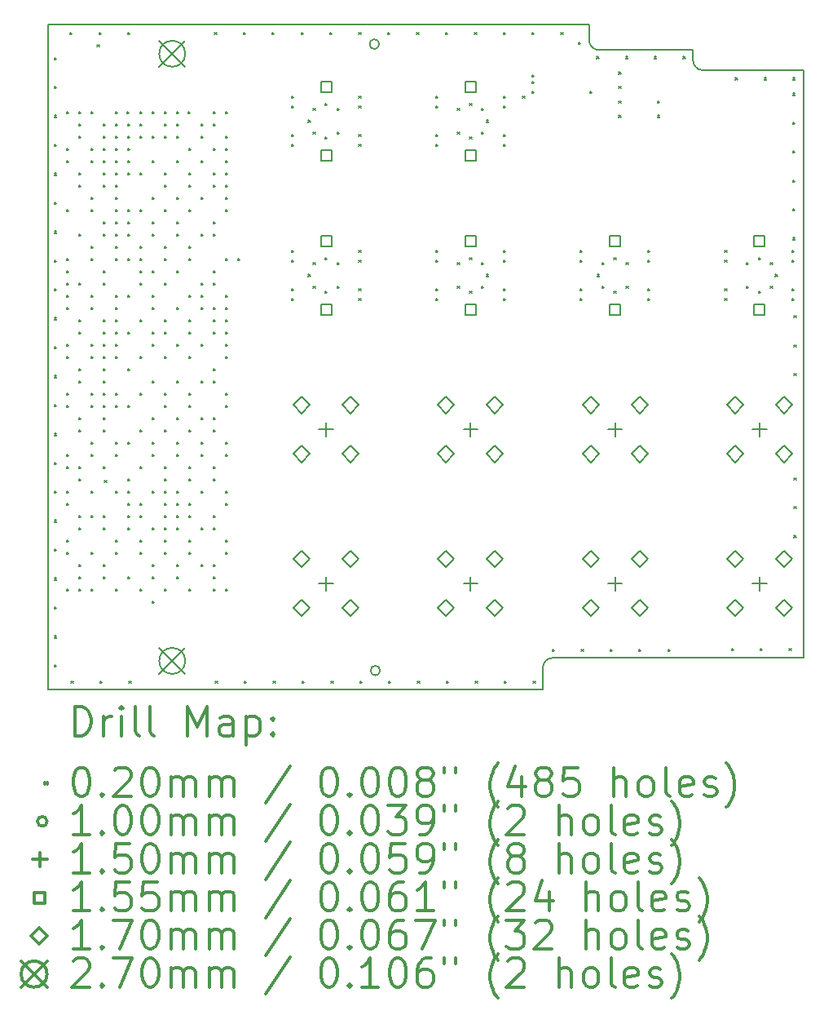
<source format=gbr>
%FSLAX45Y45*%
G04 Gerber Fmt 4.5, Leading zero omitted, Abs format (unit mm)*
G04 Created by KiCad (PCBNEW 5.1.7-a382d34a8~88~ubuntu16.04.1) date 2022-12-09 16:50:04*
%MOMM*%
%LPD*%
G01*
G04 APERTURE LIST*
%TA.AperFunction,Profile*%
%ADD10C,0.200000*%
%TD*%
%ADD11C,0.200000*%
%ADD12C,0.300000*%
G04 APERTURE END LIST*
D10*
X17700000Y-4360000D02*
X17700000Y-4470000D01*
X11000000Y-4100000D02*
X16620000Y-4100000D01*
X11000000Y-5200000D02*
X11000000Y-4100000D01*
X11000000Y-10150000D02*
X11000000Y-5200000D01*
X16720000Y-4360000D02*
G75*
G02*
X16620000Y-4260000I0J100000D01*
G01*
X16620000Y-4100000D02*
X16620000Y-4260000D01*
X17800000Y-4570000D02*
G75*
G02*
X17700000Y-4470000I0J100000D01*
G01*
X17800000Y-4570000D02*
X18850000Y-4570000D01*
X16720000Y-4360000D02*
X17700000Y-4360000D01*
X13840000Y-11000000D02*
X16140000Y-11000000D01*
X11000000Y-10150000D02*
X11000000Y-11000000D01*
X18850000Y-4570000D02*
X18850000Y-10670000D01*
X16140000Y-10770000D02*
G75*
G02*
X16240000Y-10670000I100000J0D01*
G01*
X13840000Y-11000000D02*
X11000000Y-11000000D01*
X16140000Y-10770000D02*
X16140000Y-11000000D01*
X18850000Y-10670000D02*
X16240000Y-10670000D01*
D11*
X11065000Y-4440000D02*
X11085000Y-4460000D01*
X11085000Y-4440000D02*
X11065000Y-4460000D01*
X11065000Y-4740000D02*
X11085000Y-4760000D01*
X11085000Y-4740000D02*
X11065000Y-4760000D01*
X11065000Y-5040000D02*
X11085000Y-5060000D01*
X11085000Y-5040000D02*
X11065000Y-5060000D01*
X11065000Y-5340000D02*
X11085000Y-5360000D01*
X11085000Y-5340000D02*
X11065000Y-5360000D01*
X11065000Y-5640000D02*
X11085000Y-5660000D01*
X11085000Y-5640000D02*
X11065000Y-5660000D01*
X11065000Y-5940000D02*
X11085000Y-5960000D01*
X11085000Y-5940000D02*
X11065000Y-5960000D01*
X11065000Y-6240000D02*
X11085000Y-6260000D01*
X11085000Y-6240000D02*
X11065000Y-6260000D01*
X11065000Y-6540000D02*
X11085000Y-6560000D01*
X11085000Y-6540000D02*
X11065000Y-6560000D01*
X11065000Y-6840000D02*
X11085000Y-6860000D01*
X11085000Y-6840000D02*
X11065000Y-6860000D01*
X11065000Y-7140000D02*
X11085000Y-7160000D01*
X11085000Y-7140000D02*
X11065000Y-7160000D01*
X11065000Y-7440000D02*
X11085000Y-7460000D01*
X11085000Y-7440000D02*
X11065000Y-7460000D01*
X11065000Y-7740000D02*
X11085000Y-7760000D01*
X11085000Y-7740000D02*
X11065000Y-7760000D01*
X11065000Y-8040000D02*
X11085000Y-8060000D01*
X11085000Y-8040000D02*
X11065000Y-8060000D01*
X11065000Y-8340000D02*
X11085000Y-8360000D01*
X11085000Y-8340000D02*
X11065000Y-8360000D01*
X11065000Y-8640000D02*
X11085000Y-8660000D01*
X11085000Y-8640000D02*
X11065000Y-8660000D01*
X11065000Y-8940000D02*
X11085000Y-8960000D01*
X11085000Y-8940000D02*
X11065000Y-8960000D01*
X11065000Y-9240000D02*
X11085000Y-9260000D01*
X11085000Y-9240000D02*
X11065000Y-9260000D01*
X11065000Y-9540000D02*
X11085000Y-9560000D01*
X11085000Y-9540000D02*
X11065000Y-9560000D01*
X11065000Y-9840000D02*
X11085000Y-9860000D01*
X11085000Y-9840000D02*
X11065000Y-9860000D01*
X11065000Y-10140000D02*
X11085000Y-10160000D01*
X11085000Y-10140000D02*
X11065000Y-10160000D01*
X11065000Y-10440000D02*
X11085000Y-10460000D01*
X11085000Y-10440000D02*
X11065000Y-10460000D01*
X11065000Y-10740000D02*
X11085000Y-10760000D01*
X11085000Y-10740000D02*
X11065000Y-10760000D01*
X11192500Y-5003500D02*
X11212500Y-5023500D01*
X11212500Y-5003500D02*
X11192500Y-5023500D01*
X11192500Y-5384500D02*
X11212500Y-5404500D01*
X11212500Y-5384500D02*
X11192500Y-5404500D01*
X11192500Y-5511500D02*
X11212500Y-5531500D01*
X11212500Y-5511500D02*
X11192500Y-5531500D01*
X11192500Y-6019500D02*
X11212500Y-6039500D01*
X11212500Y-6019500D02*
X11192500Y-6039500D01*
X11192500Y-6527500D02*
X11212500Y-6547500D01*
X11212500Y-6527500D02*
X11192500Y-6547500D01*
X11192500Y-6654500D02*
X11212500Y-6674500D01*
X11212500Y-6654500D02*
X11192500Y-6674500D01*
X11192500Y-6781500D02*
X11212500Y-6801500D01*
X11212500Y-6781500D02*
X11192500Y-6801500D01*
X11192500Y-6908500D02*
X11212500Y-6928500D01*
X11212500Y-6908500D02*
X11192500Y-6928500D01*
X11192500Y-7035500D02*
X11212500Y-7055500D01*
X11212500Y-7035500D02*
X11192500Y-7055500D01*
X11192500Y-7416500D02*
X11212500Y-7436500D01*
X11212500Y-7416500D02*
X11192500Y-7436500D01*
X11192500Y-7543500D02*
X11212500Y-7563500D01*
X11212500Y-7543500D02*
X11192500Y-7563500D01*
X11192500Y-7924500D02*
X11212500Y-7944500D01*
X11212500Y-7924500D02*
X11192500Y-7944500D01*
X11192500Y-8051500D02*
X11212500Y-8071500D01*
X11212500Y-8051500D02*
X11192500Y-8071500D01*
X11192500Y-8559500D02*
X11212500Y-8579500D01*
X11212500Y-8559500D02*
X11192500Y-8579500D01*
X11192500Y-8686500D02*
X11212500Y-8706500D01*
X11212500Y-8686500D02*
X11192500Y-8706500D01*
X11192500Y-8940500D02*
X11212500Y-8960500D01*
X11212500Y-8940500D02*
X11192500Y-8960500D01*
X11192500Y-9067500D02*
X11212500Y-9087500D01*
X11212500Y-9067500D02*
X11192500Y-9087500D01*
X11192500Y-9448500D02*
X11212500Y-9468500D01*
X11212500Y-9448500D02*
X11192500Y-9468500D01*
X11192500Y-9575500D02*
X11212500Y-9595500D01*
X11212500Y-9575500D02*
X11192500Y-9595500D01*
X11192500Y-9956500D02*
X11212500Y-9976500D01*
X11212500Y-9956500D02*
X11192500Y-9976500D01*
X11230000Y-4180000D02*
X11250000Y-4200000D01*
X11250000Y-4180000D02*
X11230000Y-4200000D01*
X11240000Y-10910000D02*
X11260000Y-10930000D01*
X11260000Y-10910000D02*
X11240000Y-10930000D01*
X11319500Y-5003500D02*
X11339500Y-5023500D01*
X11339500Y-5003500D02*
X11319500Y-5023500D01*
X11319500Y-5130500D02*
X11339500Y-5150500D01*
X11339500Y-5130500D02*
X11319500Y-5150500D01*
X11319500Y-5257500D02*
X11339500Y-5277500D01*
X11339500Y-5257500D02*
X11319500Y-5277500D01*
X11319500Y-5638500D02*
X11339500Y-5658500D01*
X11339500Y-5638500D02*
X11319500Y-5658500D01*
X11319500Y-5765500D02*
X11339500Y-5785500D01*
X11339500Y-5765500D02*
X11319500Y-5785500D01*
X11319500Y-6273500D02*
X11339500Y-6293500D01*
X11339500Y-6273500D02*
X11319500Y-6293500D01*
X11319500Y-6781500D02*
X11339500Y-6801500D01*
X11339500Y-6781500D02*
X11319500Y-6801500D01*
X11319500Y-7162500D02*
X11339500Y-7182500D01*
X11339500Y-7162500D02*
X11319500Y-7182500D01*
X11319500Y-7289500D02*
X11339500Y-7309500D01*
X11339500Y-7289500D02*
X11319500Y-7309500D01*
X11319500Y-7670500D02*
X11339500Y-7690500D01*
X11339500Y-7670500D02*
X11319500Y-7690500D01*
X11319500Y-7797500D02*
X11339500Y-7817500D01*
X11339500Y-7797500D02*
X11319500Y-7817500D01*
X11319500Y-8178500D02*
X11339500Y-8198500D01*
X11339500Y-8178500D02*
X11319500Y-8198500D01*
X11319500Y-8305500D02*
X11339500Y-8325500D01*
X11339500Y-8305500D02*
X11319500Y-8325500D01*
X11319500Y-8686500D02*
X11339500Y-8706500D01*
X11339500Y-8686500D02*
X11319500Y-8706500D01*
X11319500Y-8813500D02*
X11339500Y-8833500D01*
X11339500Y-8813500D02*
X11319500Y-8833500D01*
X11319500Y-9194500D02*
X11339500Y-9214500D01*
X11339500Y-9194500D02*
X11319500Y-9214500D01*
X11319500Y-9321500D02*
X11339500Y-9341500D01*
X11339500Y-9321500D02*
X11319500Y-9341500D01*
X11319500Y-9702500D02*
X11339500Y-9722500D01*
X11339500Y-9702500D02*
X11319500Y-9722500D01*
X11319500Y-9829500D02*
X11339500Y-9849500D01*
X11339500Y-9829500D02*
X11319500Y-9849500D01*
X11319500Y-9956500D02*
X11339500Y-9976500D01*
X11339500Y-9956500D02*
X11319500Y-9976500D01*
X11446500Y-5003500D02*
X11466500Y-5023500D01*
X11466500Y-5003500D02*
X11446500Y-5023500D01*
X11446500Y-5384500D02*
X11466500Y-5404500D01*
X11466500Y-5384500D02*
X11446500Y-5404500D01*
X11446500Y-5511500D02*
X11466500Y-5531500D01*
X11466500Y-5511500D02*
X11446500Y-5531500D01*
X11446500Y-5892500D02*
X11466500Y-5912500D01*
X11466500Y-5892500D02*
X11446500Y-5912500D01*
X11446500Y-6019500D02*
X11466500Y-6039500D01*
X11466500Y-6019500D02*
X11446500Y-6039500D01*
X11446500Y-6400500D02*
X11466500Y-6420500D01*
X11466500Y-6400500D02*
X11446500Y-6420500D01*
X11446500Y-6527500D02*
X11466500Y-6547500D01*
X11466500Y-6527500D02*
X11446500Y-6547500D01*
X11446500Y-6908500D02*
X11466500Y-6928500D01*
X11466500Y-6908500D02*
X11446500Y-6928500D01*
X11446500Y-7035500D02*
X11466500Y-7055500D01*
X11466500Y-7035500D02*
X11446500Y-7055500D01*
X11446500Y-7416500D02*
X11466500Y-7436500D01*
X11466500Y-7416500D02*
X11446500Y-7436500D01*
X11446500Y-7543500D02*
X11466500Y-7563500D01*
X11466500Y-7543500D02*
X11446500Y-7563500D01*
X11446500Y-7924500D02*
X11466500Y-7944500D01*
X11466500Y-7924500D02*
X11446500Y-7944500D01*
X11446500Y-8051498D02*
X11466500Y-8071498D01*
X11466500Y-8051498D02*
X11446500Y-8071498D01*
X11446500Y-8432500D02*
X11466500Y-8452500D01*
X11466500Y-8432500D02*
X11446500Y-8452500D01*
X11446500Y-8559500D02*
X11466500Y-8579500D01*
X11466500Y-8559500D02*
X11446500Y-8579500D01*
X11446500Y-8940500D02*
X11466500Y-8960500D01*
X11466500Y-8940500D02*
X11446500Y-8960500D01*
X11446500Y-9194500D02*
X11466500Y-9214500D01*
X11466500Y-9194500D02*
X11446500Y-9214500D01*
X11446500Y-9575500D02*
X11466500Y-9595500D01*
X11466500Y-9575500D02*
X11446500Y-9595500D01*
X11446500Y-9956500D02*
X11466500Y-9976500D01*
X11466500Y-9956500D02*
X11446500Y-9976500D01*
X11510000Y-4305000D02*
X11530000Y-4325000D01*
X11530000Y-4305000D02*
X11510000Y-4325000D01*
X11530000Y-4180000D02*
X11550000Y-4200000D01*
X11550000Y-4180000D02*
X11530000Y-4200000D01*
X11540000Y-10910000D02*
X11560000Y-10930000D01*
X11560000Y-10910000D02*
X11540000Y-10930000D01*
X11573500Y-5130500D02*
X11593500Y-5150500D01*
X11593500Y-5130500D02*
X11573500Y-5150500D01*
X11573500Y-5257500D02*
X11593500Y-5277500D01*
X11593500Y-5257500D02*
X11573500Y-5277500D01*
X11573500Y-5384500D02*
X11593500Y-5404500D01*
X11593500Y-5384500D02*
X11573500Y-5404500D01*
X11573500Y-5511500D02*
X11593500Y-5531500D01*
X11593500Y-5511500D02*
X11573500Y-5531500D01*
X11573500Y-5637999D02*
X11593500Y-5657999D01*
X11593500Y-5637999D02*
X11573500Y-5657999D01*
X11573500Y-5765500D02*
X11593500Y-5785500D01*
X11593500Y-5765500D02*
X11573500Y-5785500D01*
X11573500Y-6146500D02*
X11593500Y-6166500D01*
X11593500Y-6146500D02*
X11573500Y-6166500D01*
X11573500Y-6273500D02*
X11593500Y-6293500D01*
X11593500Y-6273500D02*
X11573500Y-6293500D01*
X11573500Y-6654500D02*
X11593500Y-6674500D01*
X11593500Y-6654500D02*
X11573500Y-6674500D01*
X11573500Y-6781500D02*
X11593500Y-6801500D01*
X11593500Y-6781500D02*
X11573500Y-6801500D01*
X11573500Y-7162500D02*
X11593500Y-7182500D01*
X11593500Y-7162500D02*
X11573500Y-7182500D01*
X11573500Y-7289500D02*
X11593500Y-7309500D01*
X11593500Y-7289500D02*
X11573500Y-7309500D01*
X11573500Y-7416500D02*
X11593500Y-7436500D01*
X11593500Y-7416500D02*
X11573500Y-7436500D01*
X11573500Y-7543500D02*
X11593500Y-7563500D01*
X11593500Y-7543500D02*
X11573500Y-7563500D01*
X11573500Y-7670500D02*
X11593500Y-7690500D01*
X11593500Y-7670500D02*
X11573500Y-7690500D01*
X11573500Y-7797500D02*
X11593500Y-7817500D01*
X11593500Y-7797500D02*
X11573500Y-7817500D01*
X11573500Y-7924500D02*
X11593500Y-7944500D01*
X11593500Y-7924500D02*
X11573500Y-7944500D01*
X11573500Y-8051500D02*
X11593500Y-8071500D01*
X11593500Y-8051500D02*
X11573500Y-8071500D01*
X11573500Y-8178500D02*
X11593500Y-8198500D01*
X11593500Y-8178500D02*
X11573500Y-8198500D01*
X11573500Y-8305500D02*
X11593500Y-8325500D01*
X11593500Y-8305500D02*
X11573500Y-8325500D01*
X11573500Y-8686500D02*
X11593500Y-8706500D01*
X11593500Y-8686500D02*
X11573500Y-8706500D01*
X11573500Y-9194500D02*
X11593500Y-9214500D01*
X11593500Y-9194500D02*
X11573500Y-9214500D01*
X11573500Y-9321500D02*
X11593500Y-9341500D01*
X11593500Y-9321500D02*
X11573500Y-9341500D01*
X11573500Y-9702500D02*
X11593500Y-9722500D01*
X11593500Y-9702500D02*
X11573500Y-9722500D01*
X11573500Y-9829500D02*
X11593500Y-9849500D01*
X11593500Y-9829500D02*
X11573500Y-9849500D01*
X11587000Y-8827000D02*
X11607000Y-8847000D01*
X11607000Y-8827000D02*
X11587000Y-8847000D01*
X11700500Y-5003500D02*
X11720500Y-5023500D01*
X11720500Y-5003500D02*
X11700500Y-5023500D01*
X11700500Y-5130500D02*
X11720500Y-5150500D01*
X11720500Y-5130500D02*
X11700500Y-5150500D01*
X11700500Y-5257500D02*
X11720500Y-5277500D01*
X11720500Y-5257500D02*
X11700500Y-5277500D01*
X11700500Y-5384500D02*
X11720500Y-5404500D01*
X11720500Y-5384500D02*
X11700500Y-5404500D01*
X11700500Y-5384500D02*
X11720500Y-5404500D01*
X11720500Y-5384500D02*
X11700500Y-5404500D01*
X11700500Y-5511500D02*
X11720500Y-5531500D01*
X11720500Y-5511500D02*
X11700500Y-5531500D01*
X11700500Y-5638500D02*
X11720500Y-5658500D01*
X11720500Y-5638500D02*
X11700500Y-5658500D01*
X11700500Y-5765500D02*
X11720500Y-5785500D01*
X11720500Y-5765500D02*
X11700500Y-5785500D01*
X11700500Y-5892500D02*
X11720500Y-5912500D01*
X11720500Y-5892500D02*
X11700500Y-5912500D01*
X11700500Y-6019500D02*
X11720500Y-6039500D01*
X11720500Y-6019500D02*
X11700500Y-6039500D01*
X11700500Y-6146500D02*
X11720500Y-6166500D01*
X11720500Y-6146500D02*
X11700500Y-6166500D01*
X11700500Y-6273500D02*
X11720500Y-6293500D01*
X11720500Y-6273500D02*
X11700500Y-6293500D01*
X11700500Y-6400500D02*
X11720500Y-6420500D01*
X11720500Y-6400500D02*
X11700500Y-6420500D01*
X11700500Y-6527500D02*
X11720500Y-6547500D01*
X11720500Y-6527500D02*
X11700500Y-6547500D01*
X11700500Y-6908500D02*
X11720500Y-6928500D01*
X11720500Y-6908500D02*
X11700500Y-6928500D01*
X11700500Y-7035500D02*
X11720500Y-7055500D01*
X11720500Y-7035500D02*
X11700500Y-7055500D01*
X11700500Y-7162500D02*
X11720500Y-7182500D01*
X11720500Y-7162500D02*
X11700500Y-7182500D01*
X11700500Y-7289500D02*
X11720500Y-7309500D01*
X11720500Y-7289500D02*
X11700500Y-7309500D01*
X11700500Y-7416500D02*
X11720500Y-7436500D01*
X11720500Y-7416500D02*
X11700500Y-7436500D01*
X11700500Y-7543500D02*
X11720500Y-7563500D01*
X11720500Y-7543500D02*
X11700500Y-7563500D01*
X11700500Y-7924500D02*
X11720500Y-7944500D01*
X11720500Y-7924500D02*
X11700500Y-7944500D01*
X11700500Y-8051500D02*
X11720500Y-8071500D01*
X11720500Y-8051500D02*
X11700500Y-8071500D01*
X11700500Y-8432500D02*
X11720500Y-8452500D01*
X11720500Y-8432500D02*
X11700500Y-8452500D01*
X11700500Y-8559500D02*
X11720500Y-8579500D01*
X11720500Y-8559500D02*
X11700500Y-8579500D01*
X11700500Y-8940500D02*
X11720500Y-8960500D01*
X11720500Y-8940500D02*
X11700500Y-8960500D01*
X11700500Y-9448500D02*
X11720500Y-9468500D01*
X11720500Y-9448500D02*
X11700500Y-9468500D01*
X11700500Y-9575500D02*
X11720500Y-9595500D01*
X11720500Y-9575500D02*
X11700500Y-9595500D01*
X11700500Y-9956500D02*
X11720500Y-9976500D01*
X11720500Y-9956500D02*
X11700500Y-9976500D01*
X11822908Y-5001969D02*
X11842908Y-5021969D01*
X11842908Y-5001969D02*
X11822908Y-5021969D01*
X11827500Y-5130500D02*
X11847500Y-5150500D01*
X11847500Y-5130500D02*
X11827500Y-5150500D01*
X11827500Y-5257500D02*
X11847500Y-5277500D01*
X11847500Y-5257500D02*
X11827500Y-5277500D01*
X11827500Y-5384500D02*
X11847500Y-5404500D01*
X11847500Y-5384500D02*
X11827500Y-5404500D01*
X11827500Y-5511500D02*
X11847500Y-5531500D01*
X11847500Y-5511500D02*
X11827500Y-5531500D01*
X11827500Y-5638500D02*
X11847500Y-5658500D01*
X11847500Y-5638500D02*
X11827500Y-5658500D01*
X11827500Y-6019500D02*
X11847500Y-6039500D01*
X11847500Y-6019500D02*
X11827500Y-6039500D01*
X11827500Y-6146500D02*
X11847500Y-6166500D01*
X11847500Y-6146500D02*
X11827500Y-6166500D01*
X11827500Y-6273500D02*
X11847500Y-6293500D01*
X11847500Y-6273500D02*
X11827500Y-6293500D01*
X11827500Y-6527500D02*
X11847500Y-6547500D01*
X11847500Y-6527500D02*
X11827500Y-6547500D01*
X11827500Y-6908500D02*
X11847500Y-6928500D01*
X11847500Y-6908500D02*
X11827500Y-6928500D01*
X11827500Y-7289500D02*
X11847500Y-7309500D01*
X11847500Y-7289500D02*
X11827500Y-7309500D01*
X11827500Y-7670500D02*
X11847500Y-7690500D01*
X11847500Y-7670500D02*
X11827500Y-7690500D01*
X11827500Y-8051500D02*
X11847500Y-8071500D01*
X11847500Y-8051500D02*
X11827500Y-8071500D01*
X11827500Y-8432500D02*
X11847500Y-8452500D01*
X11847500Y-8432500D02*
X11827500Y-8452500D01*
X11827500Y-8813500D02*
X11847500Y-8833500D01*
X11847500Y-8813500D02*
X11827500Y-8833500D01*
X11827500Y-8940500D02*
X11847500Y-8960500D01*
X11847500Y-8940500D02*
X11827500Y-8960500D01*
X11827500Y-9067500D02*
X11847500Y-9087500D01*
X11847500Y-9067500D02*
X11827500Y-9087500D01*
X11827500Y-9194500D02*
X11847500Y-9214500D01*
X11847500Y-9194500D02*
X11827500Y-9214500D01*
X11827500Y-9321500D02*
X11847500Y-9341500D01*
X11847500Y-9321500D02*
X11827500Y-9341500D01*
X11827500Y-9829500D02*
X11847500Y-9849500D01*
X11847500Y-9829500D02*
X11827500Y-9849500D01*
X11830000Y-4180000D02*
X11850000Y-4200000D01*
X11850000Y-4180000D02*
X11830000Y-4200000D01*
X11840000Y-10910000D02*
X11860000Y-10930000D01*
X11860000Y-10910000D02*
X11840000Y-10930000D01*
X11954500Y-5003500D02*
X11974500Y-5023500D01*
X11974500Y-5003500D02*
X11954500Y-5023500D01*
X11954500Y-5130500D02*
X11974500Y-5150500D01*
X11974500Y-5130500D02*
X11954500Y-5150500D01*
X11954500Y-5257500D02*
X11974500Y-5277500D01*
X11974500Y-5257500D02*
X11954500Y-5277500D01*
X11954500Y-5638500D02*
X11974500Y-5658500D01*
X11974500Y-5638500D02*
X11954500Y-5658500D01*
X11954500Y-6019500D02*
X11974500Y-6039500D01*
X11974500Y-6019500D02*
X11954500Y-6039500D01*
X11954500Y-6400500D02*
X11974500Y-6420500D01*
X11974500Y-6400500D02*
X11954500Y-6420500D01*
X11954500Y-6527500D02*
X11974500Y-6547500D01*
X11974500Y-6527500D02*
X11954500Y-6547500D01*
X11954500Y-6654500D02*
X11974500Y-6674500D01*
X11974500Y-6654500D02*
X11954500Y-6674500D01*
X11954500Y-6781500D02*
X11974500Y-6801500D01*
X11974500Y-6781500D02*
X11954500Y-6801500D01*
X11954500Y-7162500D02*
X11974500Y-7182500D01*
X11974500Y-7162500D02*
X11954500Y-7182500D01*
X11954500Y-7543500D02*
X11974500Y-7563500D01*
X11974500Y-7543500D02*
X11954500Y-7563500D01*
X11954500Y-7924500D02*
X11974500Y-7944500D01*
X11974500Y-7924500D02*
X11954500Y-7944500D01*
X11954500Y-8305500D02*
X11974500Y-8325500D01*
X11974500Y-8305500D02*
X11954500Y-8325500D01*
X11954500Y-8686500D02*
X11974500Y-8706500D01*
X11974500Y-8686500D02*
X11954500Y-8706500D01*
X11954500Y-9067500D02*
X11974500Y-9087500D01*
X11974500Y-9067500D02*
X11954500Y-9087500D01*
X11954500Y-9194500D02*
X11974500Y-9214500D01*
X11974500Y-9194500D02*
X11954500Y-9214500D01*
X11954500Y-9448500D02*
X11974500Y-9468500D01*
X11974500Y-9448500D02*
X11954500Y-9468500D01*
X11954500Y-9575500D02*
X11974500Y-9595500D01*
X11974500Y-9575500D02*
X11954500Y-9595500D01*
X11954500Y-9956500D02*
X11974500Y-9976500D01*
X11974500Y-9956500D02*
X11954500Y-9976500D01*
X12081500Y-5003500D02*
X12101500Y-5023500D01*
X12101500Y-5003500D02*
X12081500Y-5023500D01*
X12081500Y-5257500D02*
X12101500Y-5277500D01*
X12101500Y-5257500D02*
X12081500Y-5277500D01*
X12081500Y-5511500D02*
X12101500Y-5531500D01*
X12101500Y-5511500D02*
X12081500Y-5531500D01*
X12081500Y-5892500D02*
X12101500Y-5912500D01*
X12101500Y-5892500D02*
X12081500Y-5912500D01*
X12081500Y-6146500D02*
X12101500Y-6166500D01*
X12101500Y-6146500D02*
X12081500Y-6166500D01*
X12081500Y-6273500D02*
X12101500Y-6293500D01*
X12101500Y-6273500D02*
X12081500Y-6293500D01*
X12081500Y-6654500D02*
X12101500Y-6674500D01*
X12101500Y-6654500D02*
X12081500Y-6674500D01*
X12081500Y-6908500D02*
X12101500Y-6928500D01*
X12101500Y-6908500D02*
X12081500Y-6928500D01*
X12081500Y-7035500D02*
X12101500Y-7055500D01*
X12101500Y-7035500D02*
X12081500Y-7055500D01*
X12081500Y-7289500D02*
X12101500Y-7309500D01*
X12101500Y-7289500D02*
X12081500Y-7309500D01*
X12081500Y-7416500D02*
X12101500Y-7436500D01*
X12101500Y-7416500D02*
X12081500Y-7436500D01*
X12081500Y-7797500D02*
X12101500Y-7817500D01*
X12101500Y-7797500D02*
X12081500Y-7817500D01*
X12081500Y-8178500D02*
X12101500Y-8198500D01*
X12101500Y-8178500D02*
X12081500Y-8198500D01*
X12081500Y-8432500D02*
X12101500Y-8452500D01*
X12101500Y-8432500D02*
X12081500Y-8452500D01*
X12081500Y-8559500D02*
X12101500Y-8579500D01*
X12101500Y-8559500D02*
X12081500Y-8579500D01*
X12081500Y-8940500D02*
X12101500Y-8960500D01*
X12101500Y-8940500D02*
X12081500Y-8960500D01*
X12081500Y-9321500D02*
X12101500Y-9341500D01*
X12101500Y-9321500D02*
X12081500Y-9341500D01*
X12081500Y-9702500D02*
X12101500Y-9722500D01*
X12101500Y-9702500D02*
X12081500Y-9722500D01*
X12081500Y-9829500D02*
X12101500Y-9849500D01*
X12101500Y-9829500D02*
X12081500Y-9849500D01*
X12081500Y-10083500D02*
X12101500Y-10103500D01*
X12101500Y-10083500D02*
X12081500Y-10103500D01*
X12208500Y-5003500D02*
X12228500Y-5023500D01*
X12228500Y-5003500D02*
X12208500Y-5023500D01*
X12208500Y-5130500D02*
X12228500Y-5150500D01*
X12228500Y-5130500D02*
X12208500Y-5150500D01*
X12208500Y-5257500D02*
X12228500Y-5277500D01*
X12228500Y-5257500D02*
X12208500Y-5277500D01*
X12208500Y-5638500D02*
X12228500Y-5658500D01*
X12228500Y-5638500D02*
X12208500Y-5658500D01*
X12208500Y-5765500D02*
X12228500Y-5785500D01*
X12228500Y-5765500D02*
X12208500Y-5785500D01*
X12208500Y-6019500D02*
X12228500Y-6039500D01*
X12228500Y-6019500D02*
X12208500Y-6039500D01*
X12208500Y-6400500D02*
X12228500Y-6420500D01*
X12228500Y-6400500D02*
X12208500Y-6420500D01*
X12208500Y-6527500D02*
X12228500Y-6547500D01*
X12228500Y-6527500D02*
X12208500Y-6547500D01*
X12208500Y-6781500D02*
X12228500Y-6801500D01*
X12228500Y-6781500D02*
X12208500Y-6801500D01*
X12208500Y-7162500D02*
X12228500Y-7182500D01*
X12228500Y-7162500D02*
X12208500Y-7182500D01*
X12208500Y-7289500D02*
X12228500Y-7309500D01*
X12228500Y-7289500D02*
X12208500Y-7309500D01*
X12208500Y-7543500D02*
X12228500Y-7563500D01*
X12228500Y-7543500D02*
X12208500Y-7563500D01*
X12208500Y-7924500D02*
X12228500Y-7944500D01*
X12228500Y-7924500D02*
X12208500Y-7944500D01*
X12208500Y-8051500D02*
X12228500Y-8071500D01*
X12228500Y-8051500D02*
X12208500Y-8071500D01*
X12208500Y-8305500D02*
X12228500Y-8325500D01*
X12228500Y-8305500D02*
X12208500Y-8325500D01*
X12208500Y-8686500D02*
X12228500Y-8706500D01*
X12228500Y-8686500D02*
X12208500Y-8706500D01*
X12208500Y-8813500D02*
X12228500Y-8833500D01*
X12228500Y-8813500D02*
X12208500Y-8833500D01*
X12208500Y-8940500D02*
X12228500Y-8960500D01*
X12228500Y-8940500D02*
X12208500Y-8960500D01*
X12208500Y-9067500D02*
X12228500Y-9087500D01*
X12228500Y-9067500D02*
X12208500Y-9087500D01*
X12208500Y-9194500D02*
X12228500Y-9214500D01*
X12228500Y-9194500D02*
X12208500Y-9214500D01*
X12208500Y-9321500D02*
X12228500Y-9341500D01*
X12228500Y-9321500D02*
X12208500Y-9341500D01*
X12208500Y-9448500D02*
X12228500Y-9468500D01*
X12228500Y-9448500D02*
X12208500Y-9468500D01*
X12208500Y-9575500D02*
X12228500Y-9595500D01*
X12228500Y-9575500D02*
X12208500Y-9595500D01*
X12208500Y-9956500D02*
X12228500Y-9976500D01*
X12228500Y-9956500D02*
X12208500Y-9976500D01*
X12335500Y-5003500D02*
X12355500Y-5023500D01*
X12355500Y-5003500D02*
X12335500Y-5023500D01*
X12335500Y-5130500D02*
X12355500Y-5150500D01*
X12355500Y-5130500D02*
X12335500Y-5150500D01*
X12335500Y-5257500D02*
X12355500Y-5277500D01*
X12355500Y-5257500D02*
X12335500Y-5277500D01*
X12335500Y-5511500D02*
X12355500Y-5531500D01*
X12355500Y-5511500D02*
X12335500Y-5531500D01*
X12335500Y-5892500D02*
X12355500Y-5912500D01*
X12355500Y-5892500D02*
X12335500Y-5912500D01*
X12335500Y-6146500D02*
X12355500Y-6166500D01*
X12355500Y-6146500D02*
X12335500Y-6166500D01*
X12335500Y-6273500D02*
X12355500Y-6293500D01*
X12355500Y-6273500D02*
X12335500Y-6293500D01*
X12335500Y-6654500D02*
X12355500Y-6674500D01*
X12355500Y-6654500D02*
X12335500Y-6674500D01*
X12335500Y-7035500D02*
X12355500Y-7055500D01*
X12355500Y-7035500D02*
X12335500Y-7055500D01*
X12335500Y-7416500D02*
X12355500Y-7436500D01*
X12355500Y-7416500D02*
X12335500Y-7436500D01*
X12335500Y-7797500D02*
X12355500Y-7817500D01*
X12355500Y-7797500D02*
X12335500Y-7817500D01*
X12335500Y-8178500D02*
X12355500Y-8198500D01*
X12355500Y-8178500D02*
X12335500Y-8198500D01*
X12335500Y-8432500D02*
X12355500Y-8452500D01*
X12355500Y-8432500D02*
X12335500Y-8452500D01*
X12335500Y-8559500D02*
X12355500Y-8579500D01*
X12355500Y-8559500D02*
X12335500Y-8579500D01*
X12335500Y-8940500D02*
X12355500Y-8960500D01*
X12355500Y-8940500D02*
X12335500Y-8960500D01*
X12335500Y-9067500D02*
X12355500Y-9087500D01*
X12355500Y-9067500D02*
X12335500Y-9087500D01*
X12335500Y-9194500D02*
X12355500Y-9214500D01*
X12355500Y-9194500D02*
X12335500Y-9214500D01*
X12335500Y-9321500D02*
X12355500Y-9341500D01*
X12355500Y-9321500D02*
X12335500Y-9341500D01*
X12335500Y-9702500D02*
X12355500Y-9722500D01*
X12355500Y-9702500D02*
X12335500Y-9722500D01*
X12335500Y-9829500D02*
X12355500Y-9849500D01*
X12355500Y-9829500D02*
X12335500Y-9849500D01*
X12457999Y-5003270D02*
X12477999Y-5023270D01*
X12477999Y-5003270D02*
X12457999Y-5023270D01*
X12462500Y-5384500D02*
X12482500Y-5404500D01*
X12482500Y-5384500D02*
X12462500Y-5404500D01*
X12462500Y-5638500D02*
X12482500Y-5658500D01*
X12482500Y-5638500D02*
X12462500Y-5658500D01*
X12462500Y-5765500D02*
X12482500Y-5785500D01*
X12482500Y-5765500D02*
X12462500Y-5785500D01*
X12462500Y-6019500D02*
X12482500Y-6039500D01*
X12482500Y-6019500D02*
X12462500Y-6039500D01*
X12462500Y-6400500D02*
X12482500Y-6420500D01*
X12482500Y-6400500D02*
X12462500Y-6420500D01*
X12462500Y-6527500D02*
X12482500Y-6547500D01*
X12482500Y-6527500D02*
X12462500Y-6547500D01*
X12462500Y-6908500D02*
X12482500Y-6928500D01*
X12482500Y-6908500D02*
X12462500Y-6928500D01*
X12462500Y-7162500D02*
X12482500Y-7182500D01*
X12482500Y-7162500D02*
X12462500Y-7182500D01*
X12462500Y-7289500D02*
X12482500Y-7309500D01*
X12482500Y-7289500D02*
X12462500Y-7309500D01*
X12462500Y-7543500D02*
X12482500Y-7563500D01*
X12482500Y-7543500D02*
X12462500Y-7563500D01*
X12462500Y-7924500D02*
X12482500Y-7944500D01*
X12482500Y-7924500D02*
X12462500Y-7944500D01*
X12462500Y-8051500D02*
X12482500Y-8071500D01*
X12482500Y-8051500D02*
X12462500Y-8071500D01*
X12462500Y-8305500D02*
X12482500Y-8325500D01*
X12482500Y-8305500D02*
X12462500Y-8325500D01*
X12462500Y-8686500D02*
X12482500Y-8706500D01*
X12482500Y-8686500D02*
X12462500Y-8706500D01*
X12462500Y-8813500D02*
X12482500Y-8833500D01*
X12482500Y-8813500D02*
X12462500Y-8833500D01*
X12462500Y-9067500D02*
X12482500Y-9087500D01*
X12482500Y-9067500D02*
X12462500Y-9087500D01*
X12462500Y-9194500D02*
X12482500Y-9214500D01*
X12482500Y-9194500D02*
X12462500Y-9214500D01*
X12462500Y-9448500D02*
X12482500Y-9468500D01*
X12482500Y-9448500D02*
X12462500Y-9468500D01*
X12462500Y-9575500D02*
X12482500Y-9595500D01*
X12482500Y-9575500D02*
X12462500Y-9595500D01*
X12462500Y-9956500D02*
X12482500Y-9976500D01*
X12482500Y-9956500D02*
X12462500Y-9976500D01*
X12589500Y-5130500D02*
X12609500Y-5150500D01*
X12609500Y-5130500D02*
X12589500Y-5150500D01*
X12589500Y-5257500D02*
X12609500Y-5277500D01*
X12609500Y-5257500D02*
X12589500Y-5277500D01*
X12589500Y-5511500D02*
X12609500Y-5531500D01*
X12609500Y-5511500D02*
X12589500Y-5531500D01*
X12589500Y-5892500D02*
X12609500Y-5912500D01*
X12609500Y-5892500D02*
X12589500Y-5912500D01*
X12589500Y-6273500D02*
X12609500Y-6293500D01*
X12609500Y-6273500D02*
X12589500Y-6293500D01*
X12589500Y-6781500D02*
X12609500Y-6801500D01*
X12609500Y-6781500D02*
X12589500Y-6801500D01*
X12589500Y-6908500D02*
X12609500Y-6928500D01*
X12609500Y-6908500D02*
X12589500Y-6928500D01*
X12589500Y-7035500D02*
X12609500Y-7055500D01*
X12609500Y-7035500D02*
X12589500Y-7055500D01*
X12589500Y-7416500D02*
X12609500Y-7436500D01*
X12609500Y-7416500D02*
X12589500Y-7436500D01*
X12589500Y-7797500D02*
X12609500Y-7817500D01*
X12609500Y-7797500D02*
X12589500Y-7817500D01*
X12589500Y-8178500D02*
X12609500Y-8198500D01*
X12609500Y-8178500D02*
X12589500Y-8198500D01*
X12589500Y-8432500D02*
X12609500Y-8452500D01*
X12609500Y-8432500D02*
X12589500Y-8452500D01*
X12589500Y-8559500D02*
X12609500Y-8579500D01*
X12609500Y-8559500D02*
X12589500Y-8579500D01*
X12589500Y-8940500D02*
X12609500Y-8960500D01*
X12609500Y-8940500D02*
X12589500Y-8960500D01*
X12589500Y-9321500D02*
X12609500Y-9341500D01*
X12609500Y-9321500D02*
X12589500Y-9341500D01*
X12589500Y-9702500D02*
X12609500Y-9722500D01*
X12609500Y-9702500D02*
X12589500Y-9722500D01*
X12716500Y-5003500D02*
X12736500Y-5023500D01*
X12736500Y-5003500D02*
X12716500Y-5023500D01*
X12716500Y-5130500D02*
X12736500Y-5150500D01*
X12736500Y-5130500D02*
X12716500Y-5150500D01*
X12716500Y-5384500D02*
X12736500Y-5404500D01*
X12736500Y-5384500D02*
X12716500Y-5404500D01*
X12716500Y-5638500D02*
X12736500Y-5658500D01*
X12736500Y-5638500D02*
X12716500Y-5658500D01*
X12716500Y-5765500D02*
X12736500Y-5785500D01*
X12736500Y-5765500D02*
X12716500Y-5785500D01*
X12716500Y-6146500D02*
X12736500Y-6166500D01*
X12736500Y-6146500D02*
X12716500Y-6166500D01*
X12716500Y-6273500D02*
X12736500Y-6293500D01*
X12736500Y-6273500D02*
X12716500Y-6293500D01*
X12716500Y-6654500D02*
X12736500Y-6674500D01*
X12736500Y-6654500D02*
X12716500Y-6674500D01*
X12716500Y-6781500D02*
X12736500Y-6801500D01*
X12736500Y-6781500D02*
X12716500Y-6801500D01*
X12716500Y-7035500D02*
X12736500Y-7055500D01*
X12736500Y-7035500D02*
X12716500Y-7055500D01*
X12716500Y-7162500D02*
X12736500Y-7182500D01*
X12736500Y-7162500D02*
X12716500Y-7182500D01*
X12716500Y-7289500D02*
X12736500Y-7309500D01*
X12736500Y-7289500D02*
X12716500Y-7309500D01*
X12716500Y-7670500D02*
X12736500Y-7690500D01*
X12736500Y-7670500D02*
X12716500Y-7690500D01*
X12716500Y-7797500D02*
X12736500Y-7817500D01*
X12736500Y-7797500D02*
X12716500Y-7817500D01*
X12716500Y-8178500D02*
X12736500Y-8198500D01*
X12736500Y-8178500D02*
X12716500Y-8198500D01*
X12716500Y-8305500D02*
X12736500Y-8325500D01*
X12736500Y-8305500D02*
X12716500Y-8325500D01*
X12716500Y-8686500D02*
X12736500Y-8706500D01*
X12736500Y-8686500D02*
X12716500Y-8706500D01*
X12716500Y-8813500D02*
X12736500Y-8833500D01*
X12736500Y-8813500D02*
X12716500Y-8833500D01*
X12716500Y-9194500D02*
X12736500Y-9214500D01*
X12736500Y-9194500D02*
X12716500Y-9214500D01*
X12716500Y-9321500D02*
X12736500Y-9341500D01*
X12736500Y-9321500D02*
X12716500Y-9341500D01*
X12716500Y-9702500D02*
X12736500Y-9722500D01*
X12736500Y-9702500D02*
X12716500Y-9722500D01*
X12716500Y-9829500D02*
X12736500Y-9849500D01*
X12736500Y-9829500D02*
X12716500Y-9849500D01*
X12716500Y-9956500D02*
X12736500Y-9976500D01*
X12736500Y-9956500D02*
X12716500Y-9976500D01*
X12730000Y-4180000D02*
X12750000Y-4200000D01*
X12750000Y-4180000D02*
X12730000Y-4200000D01*
X12740000Y-10910000D02*
X12760000Y-10930000D01*
X12760000Y-10910000D02*
X12740000Y-10930000D01*
X12843500Y-5003500D02*
X12863500Y-5023500D01*
X12863500Y-5003500D02*
X12843500Y-5023500D01*
X12843500Y-5257500D02*
X12863500Y-5277500D01*
X12863500Y-5257500D02*
X12843500Y-5277500D01*
X12843500Y-5384500D02*
X12863500Y-5404500D01*
X12863500Y-5384500D02*
X12843500Y-5404500D01*
X12843500Y-5511500D02*
X12863500Y-5531500D01*
X12863500Y-5511500D02*
X12843500Y-5531500D01*
X12843500Y-5638500D02*
X12863500Y-5658500D01*
X12863500Y-5638500D02*
X12843500Y-5658500D01*
X12843500Y-5765500D02*
X12863500Y-5785500D01*
X12863500Y-5765500D02*
X12843500Y-5785500D01*
X12843500Y-5892500D02*
X12863500Y-5912500D01*
X12863500Y-5892500D02*
X12843500Y-5912500D01*
X12843500Y-6019500D02*
X12863500Y-6039500D01*
X12863500Y-6019500D02*
X12843500Y-6039500D01*
X12843500Y-6527500D02*
X12863500Y-6547500D01*
X12863500Y-6527500D02*
X12843500Y-6547500D01*
X12843500Y-6908500D02*
X12863500Y-6928500D01*
X12863500Y-6908500D02*
X12843500Y-6928500D01*
X12843500Y-7035500D02*
X12863500Y-7055500D01*
X12863500Y-7035500D02*
X12843500Y-7055500D01*
X12843500Y-7162500D02*
X12863500Y-7182500D01*
X12863500Y-7162500D02*
X12843500Y-7182500D01*
X12843500Y-7289500D02*
X12863500Y-7309500D01*
X12863500Y-7289500D02*
X12843500Y-7309500D01*
X12843500Y-7416500D02*
X12863500Y-7436500D01*
X12863500Y-7416500D02*
X12843500Y-7436500D01*
X12843500Y-7543500D02*
X12863500Y-7563500D01*
X12863500Y-7543500D02*
X12843500Y-7563500D01*
X12843500Y-7924500D02*
X12863500Y-7944500D01*
X12863500Y-7924500D02*
X12843500Y-7944500D01*
X12843500Y-8051500D02*
X12863500Y-8071500D01*
X12863500Y-8051500D02*
X12843500Y-8071500D01*
X12843500Y-8432500D02*
X12863500Y-8452500D01*
X12863500Y-8432500D02*
X12843500Y-8452500D01*
X12843500Y-8559500D02*
X12863500Y-8579500D01*
X12863500Y-8559500D02*
X12843500Y-8579500D01*
X12843500Y-8940500D02*
X12863500Y-8960500D01*
X12863500Y-8940500D02*
X12843500Y-8960500D01*
X12843500Y-9067500D02*
X12863500Y-9087500D01*
X12863500Y-9067500D02*
X12843500Y-9087500D01*
X12843500Y-9448500D02*
X12863500Y-9468500D01*
X12863500Y-9448500D02*
X12843500Y-9468500D01*
X12843500Y-9575500D02*
X12863500Y-9595500D01*
X12863500Y-9575500D02*
X12843500Y-9595500D01*
X12843500Y-9956500D02*
X12863500Y-9976500D01*
X12863500Y-9956500D02*
X12843500Y-9976500D01*
X12970500Y-6527500D02*
X12990500Y-6547500D01*
X12990500Y-6527500D02*
X12970500Y-6547500D01*
X13030000Y-4180000D02*
X13050000Y-4200000D01*
X13050000Y-4180000D02*
X13030000Y-4200000D01*
X13040000Y-10910000D02*
X13060000Y-10930000D01*
X13060000Y-10910000D02*
X13040000Y-10930000D01*
X13330000Y-4180000D02*
X13350000Y-4200000D01*
X13350000Y-4180000D02*
X13330000Y-4200000D01*
X13340000Y-10910000D02*
X13360000Y-10930000D01*
X13360000Y-10910000D02*
X13340000Y-10930000D01*
X13530000Y-4840000D02*
X13550000Y-4860000D01*
X13550000Y-4840000D02*
X13530000Y-4860000D01*
X13530000Y-4940000D02*
X13550000Y-4960000D01*
X13550000Y-4940000D02*
X13530000Y-4960000D01*
X13530000Y-5240000D02*
X13550000Y-5260000D01*
X13550000Y-5240000D02*
X13530000Y-5260000D01*
X13530000Y-5340000D02*
X13550000Y-5360000D01*
X13550000Y-5340000D02*
X13530000Y-5360000D01*
X13530000Y-6440000D02*
X13550000Y-6460000D01*
X13550000Y-6440000D02*
X13530000Y-6460000D01*
X13530000Y-6540000D02*
X13550000Y-6560000D01*
X13550000Y-6540000D02*
X13530000Y-6560000D01*
X13530000Y-6840000D02*
X13550000Y-6860000D01*
X13550000Y-6840000D02*
X13530000Y-6860000D01*
X13530000Y-6940000D02*
X13550000Y-6960000D01*
X13550000Y-6940000D02*
X13530000Y-6960000D01*
X13630000Y-4180000D02*
X13650000Y-4200000D01*
X13650000Y-4180000D02*
X13630000Y-4200000D01*
X13640000Y-10910000D02*
X13660000Y-10930000D01*
X13660000Y-10910000D02*
X13640000Y-10930000D01*
X13705000Y-5090000D02*
X13725000Y-5110000D01*
X13725000Y-5090000D02*
X13705000Y-5110000D01*
X13705000Y-6690000D02*
X13725000Y-6710000D01*
X13725000Y-6690000D02*
X13705000Y-6710000D01*
X13755000Y-4965000D02*
X13775000Y-4985000D01*
X13775000Y-4965000D02*
X13755000Y-4985000D01*
X13755000Y-5215000D02*
X13775000Y-5235000D01*
X13775000Y-5215000D02*
X13755000Y-5235000D01*
X13755000Y-6565000D02*
X13775000Y-6585000D01*
X13775000Y-6565000D02*
X13755000Y-6585000D01*
X13755000Y-6815000D02*
X13775000Y-6835000D01*
X13775000Y-6815000D02*
X13755000Y-6835000D01*
X13880000Y-4915000D02*
X13900000Y-4935000D01*
X13900000Y-4915000D02*
X13880000Y-4935000D01*
X13880000Y-5265000D02*
X13900000Y-5285000D01*
X13900000Y-5265000D02*
X13880000Y-5285000D01*
X13880000Y-6515000D02*
X13900000Y-6535000D01*
X13900000Y-6515000D02*
X13880000Y-6535000D01*
X13880000Y-6865000D02*
X13900000Y-6885000D01*
X13900000Y-6865000D02*
X13880000Y-6885000D01*
X13930000Y-4180000D02*
X13950000Y-4200000D01*
X13950000Y-4180000D02*
X13930000Y-4200000D01*
X13940000Y-10910000D02*
X13960000Y-10930000D01*
X13960000Y-10910000D02*
X13940000Y-10930000D01*
X14005000Y-4965000D02*
X14025000Y-4985000D01*
X14025000Y-4965000D02*
X14005000Y-4985000D01*
X14005000Y-5215000D02*
X14025000Y-5235000D01*
X14025000Y-5215000D02*
X14005000Y-5235000D01*
X14005000Y-6565000D02*
X14025000Y-6585000D01*
X14025000Y-6565000D02*
X14005000Y-6585000D01*
X14005000Y-6815000D02*
X14025000Y-6835000D01*
X14025000Y-6815000D02*
X14005000Y-6835000D01*
X14230000Y-4180000D02*
X14250000Y-4200000D01*
X14250000Y-4180000D02*
X14230000Y-4200000D01*
X14230000Y-4840000D02*
X14250000Y-4860000D01*
X14250000Y-4840000D02*
X14230000Y-4860000D01*
X14230000Y-4940000D02*
X14250000Y-4960000D01*
X14250000Y-4940000D02*
X14230000Y-4960000D01*
X14230000Y-5240000D02*
X14250000Y-5260000D01*
X14250000Y-5240000D02*
X14230000Y-5260000D01*
X14230000Y-5340000D02*
X14250000Y-5360000D01*
X14250000Y-5340000D02*
X14230000Y-5360000D01*
X14230000Y-6440000D02*
X14250000Y-6460000D01*
X14250000Y-6440000D02*
X14230000Y-6460000D01*
X14230000Y-6540000D02*
X14250000Y-6560000D01*
X14250000Y-6540000D02*
X14230000Y-6560000D01*
X14230000Y-6840000D02*
X14250000Y-6860000D01*
X14250000Y-6840000D02*
X14230000Y-6860000D01*
X14230000Y-6940000D02*
X14250000Y-6960000D01*
X14250000Y-6940000D02*
X14230000Y-6960000D01*
X14240000Y-10910000D02*
X14260000Y-10930000D01*
X14260000Y-10910000D02*
X14240000Y-10930000D01*
X14530000Y-4180000D02*
X14550000Y-4200000D01*
X14550000Y-4180000D02*
X14530000Y-4200000D01*
X14540000Y-10910000D02*
X14560000Y-10930000D01*
X14560000Y-10910000D02*
X14540000Y-10930000D01*
X14830000Y-4180000D02*
X14850000Y-4200000D01*
X14850000Y-4180000D02*
X14830000Y-4200000D01*
X14840000Y-10910000D02*
X14860000Y-10930000D01*
X14860000Y-10910000D02*
X14840000Y-10930000D01*
X15030000Y-4840000D02*
X15050000Y-4860000D01*
X15050000Y-4840000D02*
X15030000Y-4860000D01*
X15030000Y-4940000D02*
X15050000Y-4960000D01*
X15050000Y-4940000D02*
X15030000Y-4960000D01*
X15030000Y-5240000D02*
X15050000Y-5260000D01*
X15050000Y-5240000D02*
X15030000Y-5260000D01*
X15030000Y-5340000D02*
X15050000Y-5360000D01*
X15050000Y-5340000D02*
X15030000Y-5360000D01*
X15030000Y-6440000D02*
X15050000Y-6460000D01*
X15050000Y-6440000D02*
X15030000Y-6460000D01*
X15030000Y-6540000D02*
X15050000Y-6560000D01*
X15050000Y-6540000D02*
X15030000Y-6560000D01*
X15030000Y-6840000D02*
X15050000Y-6860000D01*
X15050000Y-6840000D02*
X15030000Y-6860000D01*
X15030000Y-6940000D02*
X15050000Y-6960000D01*
X15050000Y-6940000D02*
X15030000Y-6960000D01*
X15130000Y-4180000D02*
X15150000Y-4200000D01*
X15150000Y-4180000D02*
X15130000Y-4200000D01*
X15140000Y-10910000D02*
X15160000Y-10930000D01*
X15160000Y-10910000D02*
X15140000Y-10930000D01*
X15255000Y-4965000D02*
X15275000Y-4985000D01*
X15275000Y-4965000D02*
X15255000Y-4985000D01*
X15255000Y-5215000D02*
X15275000Y-5235000D01*
X15275000Y-5215000D02*
X15255000Y-5235000D01*
X15255000Y-6565000D02*
X15275000Y-6585000D01*
X15275000Y-6565000D02*
X15255000Y-6585000D01*
X15255000Y-6815000D02*
X15275000Y-6835000D01*
X15275000Y-6815000D02*
X15255000Y-6835000D01*
X15380000Y-4915000D02*
X15400000Y-4935000D01*
X15400000Y-4915000D02*
X15380000Y-4935000D01*
X15380000Y-5265000D02*
X15400000Y-5285000D01*
X15400000Y-5265000D02*
X15380000Y-5285000D01*
X15380000Y-6515000D02*
X15400000Y-6535000D01*
X15400000Y-6515000D02*
X15380000Y-6535000D01*
X15380000Y-6865000D02*
X15400000Y-6885000D01*
X15400000Y-6865000D02*
X15380000Y-6885000D01*
X15430000Y-4180000D02*
X15450000Y-4200000D01*
X15450000Y-4180000D02*
X15430000Y-4200000D01*
X15440000Y-10910000D02*
X15460000Y-10930000D01*
X15460000Y-10910000D02*
X15440000Y-10930000D01*
X15505000Y-4965000D02*
X15525000Y-4985000D01*
X15525000Y-4965000D02*
X15505000Y-4985000D01*
X15505000Y-5215000D02*
X15525000Y-5235000D01*
X15525000Y-5215000D02*
X15505000Y-5235000D01*
X15505000Y-6565000D02*
X15525000Y-6585000D01*
X15525000Y-6565000D02*
X15505000Y-6585000D01*
X15505000Y-6815000D02*
X15525000Y-6835000D01*
X15525000Y-6815000D02*
X15505000Y-6835000D01*
X15555000Y-5090000D02*
X15575000Y-5110000D01*
X15575000Y-5090000D02*
X15555000Y-5110000D01*
X15555000Y-6690000D02*
X15575000Y-6710000D01*
X15575000Y-6690000D02*
X15555000Y-6710000D01*
X15730000Y-4180000D02*
X15750000Y-4200000D01*
X15750000Y-4180000D02*
X15730000Y-4200000D01*
X15730000Y-4840000D02*
X15750000Y-4860000D01*
X15750000Y-4840000D02*
X15730000Y-4860000D01*
X15730000Y-4940000D02*
X15750000Y-4960000D01*
X15750000Y-4940000D02*
X15730000Y-4960000D01*
X15730000Y-5240000D02*
X15750000Y-5260000D01*
X15750000Y-5240000D02*
X15730000Y-5260000D01*
X15730000Y-5340000D02*
X15750000Y-5360000D01*
X15750000Y-5340000D02*
X15730000Y-5360000D01*
X15730000Y-6440000D02*
X15750000Y-6460000D01*
X15750000Y-6440000D02*
X15730000Y-6460000D01*
X15730000Y-6540000D02*
X15750000Y-6560000D01*
X15750000Y-6540000D02*
X15730000Y-6560000D01*
X15730000Y-6840000D02*
X15750000Y-6860000D01*
X15750000Y-6840000D02*
X15730000Y-6860000D01*
X15730000Y-6940000D02*
X15750000Y-6960000D01*
X15750000Y-6940000D02*
X15730000Y-6960000D01*
X15740000Y-10910000D02*
X15760000Y-10930000D01*
X15760000Y-10910000D02*
X15740000Y-10930000D01*
X15930000Y-4840000D02*
X15950000Y-4860000D01*
X15950000Y-4840000D02*
X15930000Y-4860000D01*
X16030000Y-4180000D02*
X16050000Y-4200000D01*
X16050000Y-4180000D02*
X16030000Y-4200000D01*
X16030000Y-4622001D02*
X16050000Y-4642001D01*
X16050000Y-4622001D02*
X16030000Y-4642001D01*
X16030000Y-4690000D02*
X16050000Y-4710000D01*
X16050000Y-4690000D02*
X16030000Y-4710000D01*
X16030000Y-4790000D02*
X16050000Y-4810000D01*
X16050000Y-4790000D02*
X16030000Y-4810000D01*
X16040000Y-10910000D02*
X16060000Y-10930000D01*
X16060000Y-10910000D02*
X16040000Y-10930000D01*
X16240000Y-10580000D02*
X16260000Y-10600000D01*
X16260000Y-10580000D02*
X16240000Y-10600000D01*
X16330000Y-4180000D02*
X16350000Y-4200000D01*
X16350000Y-4180000D02*
X16330000Y-4200000D01*
X16510000Y-4280000D02*
X16530000Y-4300000D01*
X16530000Y-4280000D02*
X16510000Y-4300000D01*
X16530000Y-6440000D02*
X16550000Y-6460000D01*
X16550000Y-6440000D02*
X16530000Y-6460000D01*
X16530000Y-6540000D02*
X16550000Y-6560000D01*
X16550000Y-6540000D02*
X16530000Y-6560000D01*
X16530000Y-6840000D02*
X16550000Y-6860000D01*
X16550000Y-6840000D02*
X16530000Y-6860000D01*
X16530000Y-6940000D02*
X16550000Y-6960000D01*
X16550000Y-6940000D02*
X16530000Y-6960000D01*
X16540000Y-10580000D02*
X16560000Y-10600000D01*
X16560000Y-10580000D02*
X16540000Y-10600000D01*
X16630000Y-4790000D02*
X16650000Y-4810000D01*
X16650000Y-4790000D02*
X16630000Y-4810000D01*
X16700000Y-4430000D02*
X16720000Y-4450000D01*
X16720000Y-4430000D02*
X16700000Y-4450000D01*
X16705000Y-6690000D02*
X16725000Y-6710000D01*
X16725000Y-6690000D02*
X16705000Y-6710000D01*
X16755000Y-6565000D02*
X16775000Y-6585000D01*
X16775000Y-6565000D02*
X16755000Y-6585000D01*
X16755000Y-6815000D02*
X16775000Y-6835000D01*
X16775000Y-6815000D02*
X16755000Y-6835000D01*
X16840000Y-10580000D02*
X16860000Y-10600000D01*
X16860000Y-10580000D02*
X16840000Y-10600000D01*
X16880000Y-6515000D02*
X16900000Y-6535000D01*
X16900000Y-6515000D02*
X16880000Y-6535000D01*
X16880000Y-6865000D02*
X16900000Y-6885000D01*
X16900000Y-6865000D02*
X16880000Y-6885000D01*
X16930000Y-4740000D02*
X16950000Y-4760000D01*
X16950000Y-4740000D02*
X16930000Y-4760000D01*
X16930000Y-4890000D02*
X16950000Y-4910000D01*
X16950000Y-4890000D02*
X16930000Y-4910000D01*
X16930000Y-5040000D02*
X16950000Y-5060000D01*
X16950000Y-5040000D02*
X16930000Y-5060000D01*
X16930001Y-4590000D02*
X16950001Y-4610000D01*
X16950001Y-4590000D02*
X16930001Y-4610000D01*
X17000000Y-4430000D02*
X17020000Y-4450000D01*
X17020000Y-4430000D02*
X17000000Y-4450000D01*
X17005000Y-6565000D02*
X17025000Y-6585000D01*
X17025000Y-6565000D02*
X17005000Y-6585000D01*
X17005000Y-6815000D02*
X17025000Y-6835000D01*
X17025000Y-6815000D02*
X17005000Y-6835000D01*
X17140000Y-10580000D02*
X17160000Y-10600000D01*
X17160000Y-10580000D02*
X17140000Y-10600000D01*
X17230000Y-6440000D02*
X17250000Y-6460000D01*
X17250000Y-6440000D02*
X17230000Y-6460000D01*
X17230000Y-6540000D02*
X17250000Y-6560000D01*
X17250000Y-6540000D02*
X17230000Y-6560000D01*
X17230000Y-6840000D02*
X17250000Y-6860000D01*
X17250000Y-6840000D02*
X17230000Y-6860000D01*
X17230000Y-6940000D02*
X17250000Y-6960000D01*
X17250000Y-6940000D02*
X17230000Y-6960000D01*
X17300000Y-4430000D02*
X17320000Y-4450000D01*
X17320000Y-4430000D02*
X17300000Y-4450000D01*
X17330000Y-4890000D02*
X17350000Y-4910000D01*
X17350000Y-4890000D02*
X17330000Y-4910000D01*
X17330000Y-5040000D02*
X17350000Y-5060000D01*
X17350000Y-5040000D02*
X17330000Y-5060000D01*
X17440000Y-10580000D02*
X17460000Y-10600000D01*
X17460000Y-10580000D02*
X17440000Y-10600000D01*
X17600000Y-4430000D02*
X17620000Y-4450000D01*
X17620000Y-4430000D02*
X17600000Y-4450000D01*
X18030000Y-6440000D02*
X18050000Y-6460000D01*
X18050000Y-6440000D02*
X18030000Y-6460000D01*
X18030000Y-6540000D02*
X18050000Y-6560000D01*
X18050000Y-6540000D02*
X18030000Y-6560000D01*
X18030000Y-6840000D02*
X18050000Y-6860000D01*
X18050000Y-6840000D02*
X18030000Y-6860000D01*
X18030000Y-6940000D02*
X18050000Y-6960000D01*
X18050000Y-6940000D02*
X18030000Y-6960000D01*
X18100000Y-10570000D02*
X18120000Y-10590000D01*
X18120000Y-10570000D02*
X18100000Y-10590000D01*
X18140000Y-4650000D02*
X18160000Y-4670000D01*
X18160000Y-4650000D02*
X18140000Y-4670000D01*
X18255000Y-6565000D02*
X18275000Y-6585000D01*
X18275000Y-6565000D02*
X18255000Y-6585000D01*
X18255000Y-6815000D02*
X18275000Y-6835000D01*
X18275000Y-6815000D02*
X18255000Y-6835000D01*
X18380000Y-6515000D02*
X18400000Y-6535000D01*
X18400000Y-6515000D02*
X18380000Y-6535000D01*
X18380000Y-6865000D02*
X18400000Y-6885000D01*
X18400000Y-6865000D02*
X18380000Y-6885000D01*
X18400000Y-10570000D02*
X18420000Y-10590000D01*
X18420000Y-10570000D02*
X18400000Y-10590000D01*
X18440000Y-4650000D02*
X18460000Y-4670000D01*
X18460000Y-4650000D02*
X18440000Y-4670000D01*
X18505000Y-6565000D02*
X18525000Y-6585000D01*
X18525000Y-6565000D02*
X18505000Y-6585000D01*
X18505000Y-6815000D02*
X18525000Y-6835000D01*
X18525000Y-6815000D02*
X18505000Y-6835000D01*
X18555000Y-6690000D02*
X18575000Y-6710000D01*
X18575000Y-6690000D02*
X18555000Y-6710000D01*
X18700000Y-10570000D02*
X18720000Y-10590000D01*
X18720000Y-10570000D02*
X18700000Y-10590000D01*
X18730000Y-6440000D02*
X18750000Y-6460000D01*
X18750000Y-6440000D02*
X18730000Y-6460000D01*
X18730000Y-6540000D02*
X18750000Y-6560000D01*
X18750000Y-6540000D02*
X18730000Y-6560000D01*
X18730000Y-6840000D02*
X18750000Y-6860000D01*
X18750000Y-6840000D02*
X18730000Y-6860000D01*
X18730000Y-6940000D02*
X18750000Y-6960000D01*
X18750000Y-6940000D02*
X18730000Y-6960000D01*
X18740000Y-4650000D02*
X18760000Y-4670000D01*
X18760000Y-4650000D02*
X18740000Y-4670000D01*
X18740000Y-4810000D02*
X18760000Y-4830000D01*
X18760000Y-4810000D02*
X18740000Y-4830000D01*
X18740000Y-5110000D02*
X18760000Y-5130000D01*
X18760000Y-5110000D02*
X18740000Y-5130000D01*
X18740000Y-5410000D02*
X18760000Y-5430000D01*
X18760000Y-5410000D02*
X18740000Y-5430000D01*
X18740000Y-5710000D02*
X18760000Y-5730000D01*
X18760000Y-5710000D02*
X18740000Y-5730000D01*
X18740000Y-6010000D02*
X18760000Y-6030000D01*
X18760000Y-6010000D02*
X18740000Y-6030000D01*
X18740000Y-6310000D02*
X18760000Y-6330000D01*
X18760000Y-6310000D02*
X18740000Y-6330000D01*
X18750000Y-7120000D02*
X18770000Y-7140000D01*
X18770000Y-7120000D02*
X18750000Y-7140000D01*
X18750000Y-7420000D02*
X18770000Y-7440000D01*
X18770000Y-7420000D02*
X18750000Y-7440000D01*
X18750000Y-7720000D02*
X18770000Y-7740000D01*
X18770000Y-7720000D02*
X18750000Y-7740000D01*
X18750000Y-8800000D02*
X18770000Y-8820000D01*
X18770000Y-8800000D02*
X18750000Y-8820000D01*
X18750000Y-9100000D02*
X18770000Y-9120000D01*
X18770000Y-9100000D02*
X18750000Y-9120000D01*
X18750000Y-9400000D02*
X18770000Y-9420000D01*
X18770000Y-9400000D02*
X18750000Y-9420000D01*
X14440000Y-4300000D02*
G75*
G03*
X14440000Y-4300000I-50000J0D01*
G01*
X14450000Y-10800000D02*
G75*
G03*
X14450000Y-10800000I-50000J0D01*
G01*
X13890000Y-8225000D02*
X13890000Y-8375000D01*
X13815000Y-8300000D02*
X13965000Y-8300000D01*
X18390000Y-9825000D02*
X18390000Y-9975000D01*
X18315000Y-9900000D02*
X18465000Y-9900000D01*
X16890000Y-9825000D02*
X16890000Y-9975000D01*
X16815000Y-9900000D02*
X16965000Y-9900000D01*
X13890000Y-9825000D02*
X13890000Y-9975000D01*
X13815000Y-9900000D02*
X13965000Y-9900000D01*
X15390000Y-8225000D02*
X15390000Y-8375000D01*
X15315000Y-8300000D02*
X15465000Y-8300000D01*
X15390000Y-9825000D02*
X15390000Y-9975000D01*
X15315000Y-9900000D02*
X15465000Y-9900000D01*
X16890000Y-8225000D02*
X16890000Y-8375000D01*
X16815000Y-8300000D02*
X16965000Y-8300000D01*
X18390000Y-8225000D02*
X18390000Y-8375000D01*
X18315000Y-8300000D02*
X18465000Y-8300000D01*
X18444801Y-6396801D02*
X18444801Y-6287199D01*
X18335199Y-6287199D01*
X18335199Y-6396801D01*
X18444801Y-6396801D01*
X18444801Y-7112801D02*
X18444801Y-7003199D01*
X18335199Y-7003199D01*
X18335199Y-7112801D01*
X18444801Y-7112801D01*
X15444801Y-4796801D02*
X15444801Y-4687199D01*
X15335199Y-4687199D01*
X15335199Y-4796801D01*
X15444801Y-4796801D01*
X15444801Y-5512801D02*
X15444801Y-5403199D01*
X15335199Y-5403199D01*
X15335199Y-5512801D01*
X15444801Y-5512801D01*
X13944801Y-6396801D02*
X13944801Y-6287199D01*
X13835199Y-6287199D01*
X13835199Y-6396801D01*
X13944801Y-6396801D01*
X13944801Y-7112801D02*
X13944801Y-7003199D01*
X13835199Y-7003199D01*
X13835199Y-7112801D01*
X13944801Y-7112801D01*
X15444801Y-4796801D02*
X15444801Y-4687199D01*
X15335199Y-4687199D01*
X15335199Y-4796801D01*
X15444801Y-4796801D01*
X15444801Y-5512801D02*
X15444801Y-5403199D01*
X15335199Y-5403199D01*
X15335199Y-5512801D01*
X15444801Y-5512801D01*
X18444801Y-6396801D02*
X18444801Y-6287199D01*
X18335199Y-6287199D01*
X18335199Y-6396801D01*
X18444801Y-6396801D01*
X18444801Y-7112801D02*
X18444801Y-7003199D01*
X18335199Y-7003199D01*
X18335199Y-7112801D01*
X18444801Y-7112801D01*
X16944801Y-6396801D02*
X16944801Y-6287199D01*
X16835199Y-6287199D01*
X16835199Y-6396801D01*
X16944801Y-6396801D01*
X16944801Y-7112801D02*
X16944801Y-7003199D01*
X16835199Y-7003199D01*
X16835199Y-7112801D01*
X16944801Y-7112801D01*
X13944801Y-4796801D02*
X13944801Y-4687199D01*
X13835199Y-4687199D01*
X13835199Y-4796801D01*
X13944801Y-4796801D01*
X13944801Y-5512801D02*
X13944801Y-5403199D01*
X13835199Y-5403199D01*
X13835199Y-5512801D01*
X13944801Y-5512801D01*
X13944801Y-6396801D02*
X13944801Y-6287199D01*
X13835199Y-6287199D01*
X13835199Y-6396801D01*
X13944801Y-6396801D01*
X13944801Y-7112801D02*
X13944801Y-7003199D01*
X13835199Y-7003199D01*
X13835199Y-7112801D01*
X13944801Y-7112801D01*
X16944801Y-6396801D02*
X16944801Y-6287199D01*
X16835199Y-6287199D01*
X16835199Y-6396801D01*
X16944801Y-6396801D01*
X16944801Y-7112801D02*
X16944801Y-7003199D01*
X16835199Y-7003199D01*
X16835199Y-7112801D01*
X16944801Y-7112801D01*
X15444801Y-6396801D02*
X15444801Y-6287199D01*
X15335199Y-6287199D01*
X15335199Y-6396801D01*
X15444801Y-6396801D01*
X15444801Y-7112801D02*
X15444801Y-7003199D01*
X15335199Y-7003199D01*
X15335199Y-7112801D01*
X15444801Y-7112801D01*
X15444801Y-6396801D02*
X15444801Y-6287199D01*
X15335199Y-6287199D01*
X15335199Y-6396801D01*
X15444801Y-6396801D01*
X15444801Y-7112801D02*
X15444801Y-7003199D01*
X15335199Y-7003199D01*
X15335199Y-7112801D01*
X15444801Y-7112801D01*
X13944801Y-4796801D02*
X13944801Y-4687199D01*
X13835199Y-4687199D01*
X13835199Y-4796801D01*
X13944801Y-4796801D01*
X13944801Y-5512801D02*
X13944801Y-5403199D01*
X13835199Y-5403199D01*
X13835199Y-5512801D01*
X13944801Y-5512801D01*
X15136000Y-9731000D02*
X15221000Y-9646000D01*
X15136000Y-9561000D01*
X15051000Y-9646000D01*
X15136000Y-9731000D01*
X15136000Y-10239000D02*
X15221000Y-10154000D01*
X15136000Y-10069000D01*
X15051000Y-10154000D01*
X15136000Y-10239000D01*
X15644000Y-9731000D02*
X15729000Y-9646000D01*
X15644000Y-9561000D01*
X15559000Y-9646000D01*
X15644000Y-9731000D01*
X15644000Y-10239000D02*
X15729000Y-10154000D01*
X15644000Y-10069000D01*
X15559000Y-10154000D01*
X15644000Y-10239000D01*
X16636000Y-8131000D02*
X16721000Y-8046000D01*
X16636000Y-7961000D01*
X16551000Y-8046000D01*
X16636000Y-8131000D01*
X16636000Y-8639000D02*
X16721000Y-8554000D01*
X16636000Y-8469000D01*
X16551000Y-8554000D01*
X16636000Y-8639000D01*
X17144000Y-8131000D02*
X17229000Y-8046000D01*
X17144000Y-7961000D01*
X17059000Y-8046000D01*
X17144000Y-8131000D01*
X17144000Y-8639000D02*
X17229000Y-8554000D01*
X17144000Y-8469000D01*
X17059000Y-8554000D01*
X17144000Y-8639000D01*
X13636000Y-8131000D02*
X13721000Y-8046000D01*
X13636000Y-7961000D01*
X13551000Y-8046000D01*
X13636000Y-8131000D01*
X13636000Y-8639000D02*
X13721000Y-8554000D01*
X13636000Y-8469000D01*
X13551000Y-8554000D01*
X13636000Y-8639000D01*
X14144000Y-8131000D02*
X14229000Y-8046000D01*
X14144000Y-7961000D01*
X14059000Y-8046000D01*
X14144000Y-8131000D01*
X14144000Y-8639000D02*
X14229000Y-8554000D01*
X14144000Y-8469000D01*
X14059000Y-8554000D01*
X14144000Y-8639000D01*
X18136000Y-8131000D02*
X18221000Y-8046000D01*
X18136000Y-7961000D01*
X18051000Y-8046000D01*
X18136000Y-8131000D01*
X18136000Y-8639000D02*
X18221000Y-8554000D01*
X18136000Y-8469000D01*
X18051000Y-8554000D01*
X18136000Y-8639000D01*
X18644000Y-8131000D02*
X18729000Y-8046000D01*
X18644000Y-7961000D01*
X18559000Y-8046000D01*
X18644000Y-8131000D01*
X18644000Y-8639000D02*
X18729000Y-8554000D01*
X18644000Y-8469000D01*
X18559000Y-8554000D01*
X18644000Y-8639000D01*
X18136000Y-9731000D02*
X18221000Y-9646000D01*
X18136000Y-9561000D01*
X18051000Y-9646000D01*
X18136000Y-9731000D01*
X18136000Y-10239000D02*
X18221000Y-10154000D01*
X18136000Y-10069000D01*
X18051000Y-10154000D01*
X18136000Y-10239000D01*
X18644000Y-9731000D02*
X18729000Y-9646000D01*
X18644000Y-9561000D01*
X18559000Y-9646000D01*
X18644000Y-9731000D01*
X18644000Y-10239000D02*
X18729000Y-10154000D01*
X18644000Y-10069000D01*
X18559000Y-10154000D01*
X18644000Y-10239000D01*
X16636000Y-9731000D02*
X16721000Y-9646000D01*
X16636000Y-9561000D01*
X16551000Y-9646000D01*
X16636000Y-9731000D01*
X16636000Y-10239000D02*
X16721000Y-10154000D01*
X16636000Y-10069000D01*
X16551000Y-10154000D01*
X16636000Y-10239000D01*
X17144000Y-9731000D02*
X17229000Y-9646000D01*
X17144000Y-9561000D01*
X17059000Y-9646000D01*
X17144000Y-9731000D01*
X17144000Y-10239000D02*
X17229000Y-10154000D01*
X17144000Y-10069000D01*
X17059000Y-10154000D01*
X17144000Y-10239000D01*
X13636000Y-9731000D02*
X13721000Y-9646000D01*
X13636000Y-9561000D01*
X13551000Y-9646000D01*
X13636000Y-9731000D01*
X13636000Y-10239000D02*
X13721000Y-10154000D01*
X13636000Y-10069000D01*
X13551000Y-10154000D01*
X13636000Y-10239000D01*
X14144000Y-9731000D02*
X14229000Y-9646000D01*
X14144000Y-9561000D01*
X14059000Y-9646000D01*
X14144000Y-9731000D01*
X14144000Y-10239000D02*
X14229000Y-10154000D01*
X14144000Y-10069000D01*
X14059000Y-10154000D01*
X14144000Y-10239000D01*
X15136000Y-8131000D02*
X15221000Y-8046000D01*
X15136000Y-7961000D01*
X15051000Y-8046000D01*
X15136000Y-8131000D01*
X15136000Y-8639000D02*
X15221000Y-8554000D01*
X15136000Y-8469000D01*
X15051000Y-8554000D01*
X15136000Y-8639000D01*
X15644000Y-8131000D02*
X15729000Y-8046000D01*
X15644000Y-7961000D01*
X15559000Y-8046000D01*
X15644000Y-8131000D01*
X15644000Y-8639000D02*
X15729000Y-8554000D01*
X15644000Y-8469000D01*
X15559000Y-8554000D01*
X15644000Y-8639000D01*
X12155000Y-4265000D02*
X12425000Y-4535000D01*
X12425000Y-4265000D02*
X12155000Y-4535000D01*
X12425000Y-4400000D02*
G75*
G03*
X12425000Y-4400000I-135000J0D01*
G01*
X12155000Y-10565000D02*
X12425000Y-10835000D01*
X12425000Y-10565000D02*
X12155000Y-10835000D01*
X12425000Y-10700000D02*
G75*
G03*
X12425000Y-10700000I-135000J0D01*
G01*
D12*
X11276428Y-11475714D02*
X11276428Y-11175714D01*
X11347857Y-11175714D01*
X11390714Y-11190000D01*
X11419286Y-11218571D01*
X11433571Y-11247143D01*
X11447857Y-11304286D01*
X11447857Y-11347143D01*
X11433571Y-11404286D01*
X11419286Y-11432857D01*
X11390714Y-11461429D01*
X11347857Y-11475714D01*
X11276428Y-11475714D01*
X11576428Y-11475714D02*
X11576428Y-11275714D01*
X11576428Y-11332857D02*
X11590714Y-11304286D01*
X11605000Y-11290000D01*
X11633571Y-11275714D01*
X11662143Y-11275714D01*
X11762143Y-11475714D02*
X11762143Y-11275714D01*
X11762143Y-11175714D02*
X11747857Y-11190000D01*
X11762143Y-11204286D01*
X11776428Y-11190000D01*
X11762143Y-11175714D01*
X11762143Y-11204286D01*
X11947857Y-11475714D02*
X11919286Y-11461429D01*
X11905000Y-11432857D01*
X11905000Y-11175714D01*
X12105000Y-11475714D02*
X12076428Y-11461429D01*
X12062143Y-11432857D01*
X12062143Y-11175714D01*
X12447857Y-11475714D02*
X12447857Y-11175714D01*
X12547857Y-11390000D01*
X12647857Y-11175714D01*
X12647857Y-11475714D01*
X12919286Y-11475714D02*
X12919286Y-11318571D01*
X12905000Y-11290000D01*
X12876428Y-11275714D01*
X12819286Y-11275714D01*
X12790714Y-11290000D01*
X12919286Y-11461429D02*
X12890714Y-11475714D01*
X12819286Y-11475714D01*
X12790714Y-11461429D01*
X12776428Y-11432857D01*
X12776428Y-11404286D01*
X12790714Y-11375714D01*
X12819286Y-11361429D01*
X12890714Y-11361429D01*
X12919286Y-11347143D01*
X13062143Y-11275714D02*
X13062143Y-11575714D01*
X13062143Y-11290000D02*
X13090714Y-11275714D01*
X13147857Y-11275714D01*
X13176428Y-11290000D01*
X13190714Y-11304286D01*
X13205000Y-11332857D01*
X13205000Y-11418571D01*
X13190714Y-11447143D01*
X13176428Y-11461429D01*
X13147857Y-11475714D01*
X13090714Y-11475714D01*
X13062143Y-11461429D01*
X13333571Y-11447143D02*
X13347857Y-11461429D01*
X13333571Y-11475714D01*
X13319286Y-11461429D01*
X13333571Y-11447143D01*
X13333571Y-11475714D01*
X13333571Y-11290000D02*
X13347857Y-11304286D01*
X13333571Y-11318571D01*
X13319286Y-11304286D01*
X13333571Y-11290000D01*
X13333571Y-11318571D01*
X10970000Y-11960000D02*
X10990000Y-11980000D01*
X10990000Y-11960000D02*
X10970000Y-11980000D01*
X11333571Y-11805714D02*
X11362143Y-11805714D01*
X11390714Y-11820000D01*
X11405000Y-11834286D01*
X11419286Y-11862857D01*
X11433571Y-11920000D01*
X11433571Y-11991429D01*
X11419286Y-12048571D01*
X11405000Y-12077143D01*
X11390714Y-12091429D01*
X11362143Y-12105714D01*
X11333571Y-12105714D01*
X11305000Y-12091429D01*
X11290714Y-12077143D01*
X11276428Y-12048571D01*
X11262143Y-11991429D01*
X11262143Y-11920000D01*
X11276428Y-11862857D01*
X11290714Y-11834286D01*
X11305000Y-11820000D01*
X11333571Y-11805714D01*
X11562143Y-12077143D02*
X11576428Y-12091429D01*
X11562143Y-12105714D01*
X11547857Y-12091429D01*
X11562143Y-12077143D01*
X11562143Y-12105714D01*
X11690714Y-11834286D02*
X11705000Y-11820000D01*
X11733571Y-11805714D01*
X11805000Y-11805714D01*
X11833571Y-11820000D01*
X11847857Y-11834286D01*
X11862143Y-11862857D01*
X11862143Y-11891429D01*
X11847857Y-11934286D01*
X11676428Y-12105714D01*
X11862143Y-12105714D01*
X12047857Y-11805714D02*
X12076428Y-11805714D01*
X12105000Y-11820000D01*
X12119286Y-11834286D01*
X12133571Y-11862857D01*
X12147857Y-11920000D01*
X12147857Y-11991429D01*
X12133571Y-12048571D01*
X12119286Y-12077143D01*
X12105000Y-12091429D01*
X12076428Y-12105714D01*
X12047857Y-12105714D01*
X12019286Y-12091429D01*
X12005000Y-12077143D01*
X11990714Y-12048571D01*
X11976428Y-11991429D01*
X11976428Y-11920000D01*
X11990714Y-11862857D01*
X12005000Y-11834286D01*
X12019286Y-11820000D01*
X12047857Y-11805714D01*
X12276428Y-12105714D02*
X12276428Y-11905714D01*
X12276428Y-11934286D02*
X12290714Y-11920000D01*
X12319286Y-11905714D01*
X12362143Y-11905714D01*
X12390714Y-11920000D01*
X12405000Y-11948571D01*
X12405000Y-12105714D01*
X12405000Y-11948571D02*
X12419286Y-11920000D01*
X12447857Y-11905714D01*
X12490714Y-11905714D01*
X12519286Y-11920000D01*
X12533571Y-11948571D01*
X12533571Y-12105714D01*
X12676428Y-12105714D02*
X12676428Y-11905714D01*
X12676428Y-11934286D02*
X12690714Y-11920000D01*
X12719286Y-11905714D01*
X12762143Y-11905714D01*
X12790714Y-11920000D01*
X12805000Y-11948571D01*
X12805000Y-12105714D01*
X12805000Y-11948571D02*
X12819286Y-11920000D01*
X12847857Y-11905714D01*
X12890714Y-11905714D01*
X12919286Y-11920000D01*
X12933571Y-11948571D01*
X12933571Y-12105714D01*
X13519286Y-11791429D02*
X13262143Y-12177143D01*
X13905000Y-11805714D02*
X13933571Y-11805714D01*
X13962143Y-11820000D01*
X13976428Y-11834286D01*
X13990714Y-11862857D01*
X14005000Y-11920000D01*
X14005000Y-11991429D01*
X13990714Y-12048571D01*
X13976428Y-12077143D01*
X13962143Y-12091429D01*
X13933571Y-12105714D01*
X13905000Y-12105714D01*
X13876428Y-12091429D01*
X13862143Y-12077143D01*
X13847857Y-12048571D01*
X13833571Y-11991429D01*
X13833571Y-11920000D01*
X13847857Y-11862857D01*
X13862143Y-11834286D01*
X13876428Y-11820000D01*
X13905000Y-11805714D01*
X14133571Y-12077143D02*
X14147857Y-12091429D01*
X14133571Y-12105714D01*
X14119286Y-12091429D01*
X14133571Y-12077143D01*
X14133571Y-12105714D01*
X14333571Y-11805714D02*
X14362143Y-11805714D01*
X14390714Y-11820000D01*
X14405000Y-11834286D01*
X14419286Y-11862857D01*
X14433571Y-11920000D01*
X14433571Y-11991429D01*
X14419286Y-12048571D01*
X14405000Y-12077143D01*
X14390714Y-12091429D01*
X14362143Y-12105714D01*
X14333571Y-12105714D01*
X14305000Y-12091429D01*
X14290714Y-12077143D01*
X14276428Y-12048571D01*
X14262143Y-11991429D01*
X14262143Y-11920000D01*
X14276428Y-11862857D01*
X14290714Y-11834286D01*
X14305000Y-11820000D01*
X14333571Y-11805714D01*
X14619286Y-11805714D02*
X14647857Y-11805714D01*
X14676428Y-11820000D01*
X14690714Y-11834286D01*
X14705000Y-11862857D01*
X14719286Y-11920000D01*
X14719286Y-11991429D01*
X14705000Y-12048571D01*
X14690714Y-12077143D01*
X14676428Y-12091429D01*
X14647857Y-12105714D01*
X14619286Y-12105714D01*
X14590714Y-12091429D01*
X14576428Y-12077143D01*
X14562143Y-12048571D01*
X14547857Y-11991429D01*
X14547857Y-11920000D01*
X14562143Y-11862857D01*
X14576428Y-11834286D01*
X14590714Y-11820000D01*
X14619286Y-11805714D01*
X14890714Y-11934286D02*
X14862143Y-11920000D01*
X14847857Y-11905714D01*
X14833571Y-11877143D01*
X14833571Y-11862857D01*
X14847857Y-11834286D01*
X14862143Y-11820000D01*
X14890714Y-11805714D01*
X14947857Y-11805714D01*
X14976428Y-11820000D01*
X14990714Y-11834286D01*
X15005000Y-11862857D01*
X15005000Y-11877143D01*
X14990714Y-11905714D01*
X14976428Y-11920000D01*
X14947857Y-11934286D01*
X14890714Y-11934286D01*
X14862143Y-11948571D01*
X14847857Y-11962857D01*
X14833571Y-11991429D01*
X14833571Y-12048571D01*
X14847857Y-12077143D01*
X14862143Y-12091429D01*
X14890714Y-12105714D01*
X14947857Y-12105714D01*
X14976428Y-12091429D01*
X14990714Y-12077143D01*
X15005000Y-12048571D01*
X15005000Y-11991429D01*
X14990714Y-11962857D01*
X14976428Y-11948571D01*
X14947857Y-11934286D01*
X15119286Y-11805714D02*
X15119286Y-11862857D01*
X15233571Y-11805714D02*
X15233571Y-11862857D01*
X15676428Y-12220000D02*
X15662143Y-12205714D01*
X15633571Y-12162857D01*
X15619286Y-12134286D01*
X15605000Y-12091429D01*
X15590714Y-12020000D01*
X15590714Y-11962857D01*
X15605000Y-11891429D01*
X15619286Y-11848571D01*
X15633571Y-11820000D01*
X15662143Y-11777143D01*
X15676428Y-11762857D01*
X15919286Y-11905714D02*
X15919286Y-12105714D01*
X15847857Y-11791429D02*
X15776428Y-12005714D01*
X15962143Y-12005714D01*
X16119286Y-11934286D02*
X16090714Y-11920000D01*
X16076428Y-11905714D01*
X16062143Y-11877143D01*
X16062143Y-11862857D01*
X16076428Y-11834286D01*
X16090714Y-11820000D01*
X16119286Y-11805714D01*
X16176428Y-11805714D01*
X16205000Y-11820000D01*
X16219286Y-11834286D01*
X16233571Y-11862857D01*
X16233571Y-11877143D01*
X16219286Y-11905714D01*
X16205000Y-11920000D01*
X16176428Y-11934286D01*
X16119286Y-11934286D01*
X16090714Y-11948571D01*
X16076428Y-11962857D01*
X16062143Y-11991429D01*
X16062143Y-12048571D01*
X16076428Y-12077143D01*
X16090714Y-12091429D01*
X16119286Y-12105714D01*
X16176428Y-12105714D01*
X16205000Y-12091429D01*
X16219286Y-12077143D01*
X16233571Y-12048571D01*
X16233571Y-11991429D01*
X16219286Y-11962857D01*
X16205000Y-11948571D01*
X16176428Y-11934286D01*
X16505000Y-11805714D02*
X16362143Y-11805714D01*
X16347857Y-11948571D01*
X16362143Y-11934286D01*
X16390714Y-11920000D01*
X16462143Y-11920000D01*
X16490714Y-11934286D01*
X16505000Y-11948571D01*
X16519286Y-11977143D01*
X16519286Y-12048571D01*
X16505000Y-12077143D01*
X16490714Y-12091429D01*
X16462143Y-12105714D01*
X16390714Y-12105714D01*
X16362143Y-12091429D01*
X16347857Y-12077143D01*
X16876428Y-12105714D02*
X16876428Y-11805714D01*
X17005000Y-12105714D02*
X17005000Y-11948571D01*
X16990714Y-11920000D01*
X16962143Y-11905714D01*
X16919286Y-11905714D01*
X16890714Y-11920000D01*
X16876428Y-11934286D01*
X17190714Y-12105714D02*
X17162143Y-12091429D01*
X17147857Y-12077143D01*
X17133571Y-12048571D01*
X17133571Y-11962857D01*
X17147857Y-11934286D01*
X17162143Y-11920000D01*
X17190714Y-11905714D01*
X17233571Y-11905714D01*
X17262143Y-11920000D01*
X17276428Y-11934286D01*
X17290714Y-11962857D01*
X17290714Y-12048571D01*
X17276428Y-12077143D01*
X17262143Y-12091429D01*
X17233571Y-12105714D01*
X17190714Y-12105714D01*
X17462143Y-12105714D02*
X17433571Y-12091429D01*
X17419286Y-12062857D01*
X17419286Y-11805714D01*
X17690714Y-12091429D02*
X17662143Y-12105714D01*
X17605000Y-12105714D01*
X17576428Y-12091429D01*
X17562143Y-12062857D01*
X17562143Y-11948571D01*
X17576428Y-11920000D01*
X17605000Y-11905714D01*
X17662143Y-11905714D01*
X17690714Y-11920000D01*
X17705000Y-11948571D01*
X17705000Y-11977143D01*
X17562143Y-12005714D01*
X17819286Y-12091429D02*
X17847857Y-12105714D01*
X17905000Y-12105714D01*
X17933571Y-12091429D01*
X17947857Y-12062857D01*
X17947857Y-12048571D01*
X17933571Y-12020000D01*
X17905000Y-12005714D01*
X17862143Y-12005714D01*
X17833571Y-11991429D01*
X17819286Y-11962857D01*
X17819286Y-11948571D01*
X17833571Y-11920000D01*
X17862143Y-11905714D01*
X17905000Y-11905714D01*
X17933571Y-11920000D01*
X18047857Y-12220000D02*
X18062143Y-12205714D01*
X18090714Y-12162857D01*
X18105000Y-12134286D01*
X18119286Y-12091429D01*
X18133571Y-12020000D01*
X18133571Y-11962857D01*
X18119286Y-11891429D01*
X18105000Y-11848571D01*
X18090714Y-11820000D01*
X18062143Y-11777143D01*
X18047857Y-11762857D01*
X10990000Y-12366000D02*
G75*
G03*
X10990000Y-12366000I-50000J0D01*
G01*
X11433571Y-12501714D02*
X11262143Y-12501714D01*
X11347857Y-12501714D02*
X11347857Y-12201714D01*
X11319286Y-12244571D01*
X11290714Y-12273143D01*
X11262143Y-12287429D01*
X11562143Y-12473143D02*
X11576428Y-12487429D01*
X11562143Y-12501714D01*
X11547857Y-12487429D01*
X11562143Y-12473143D01*
X11562143Y-12501714D01*
X11762143Y-12201714D02*
X11790714Y-12201714D01*
X11819286Y-12216000D01*
X11833571Y-12230286D01*
X11847857Y-12258857D01*
X11862143Y-12316000D01*
X11862143Y-12387429D01*
X11847857Y-12444571D01*
X11833571Y-12473143D01*
X11819286Y-12487429D01*
X11790714Y-12501714D01*
X11762143Y-12501714D01*
X11733571Y-12487429D01*
X11719286Y-12473143D01*
X11705000Y-12444571D01*
X11690714Y-12387429D01*
X11690714Y-12316000D01*
X11705000Y-12258857D01*
X11719286Y-12230286D01*
X11733571Y-12216000D01*
X11762143Y-12201714D01*
X12047857Y-12201714D02*
X12076428Y-12201714D01*
X12105000Y-12216000D01*
X12119286Y-12230286D01*
X12133571Y-12258857D01*
X12147857Y-12316000D01*
X12147857Y-12387429D01*
X12133571Y-12444571D01*
X12119286Y-12473143D01*
X12105000Y-12487429D01*
X12076428Y-12501714D01*
X12047857Y-12501714D01*
X12019286Y-12487429D01*
X12005000Y-12473143D01*
X11990714Y-12444571D01*
X11976428Y-12387429D01*
X11976428Y-12316000D01*
X11990714Y-12258857D01*
X12005000Y-12230286D01*
X12019286Y-12216000D01*
X12047857Y-12201714D01*
X12276428Y-12501714D02*
X12276428Y-12301714D01*
X12276428Y-12330286D02*
X12290714Y-12316000D01*
X12319286Y-12301714D01*
X12362143Y-12301714D01*
X12390714Y-12316000D01*
X12405000Y-12344571D01*
X12405000Y-12501714D01*
X12405000Y-12344571D02*
X12419286Y-12316000D01*
X12447857Y-12301714D01*
X12490714Y-12301714D01*
X12519286Y-12316000D01*
X12533571Y-12344571D01*
X12533571Y-12501714D01*
X12676428Y-12501714D02*
X12676428Y-12301714D01*
X12676428Y-12330286D02*
X12690714Y-12316000D01*
X12719286Y-12301714D01*
X12762143Y-12301714D01*
X12790714Y-12316000D01*
X12805000Y-12344571D01*
X12805000Y-12501714D01*
X12805000Y-12344571D02*
X12819286Y-12316000D01*
X12847857Y-12301714D01*
X12890714Y-12301714D01*
X12919286Y-12316000D01*
X12933571Y-12344571D01*
X12933571Y-12501714D01*
X13519286Y-12187429D02*
X13262143Y-12573143D01*
X13905000Y-12201714D02*
X13933571Y-12201714D01*
X13962143Y-12216000D01*
X13976428Y-12230286D01*
X13990714Y-12258857D01*
X14005000Y-12316000D01*
X14005000Y-12387429D01*
X13990714Y-12444571D01*
X13976428Y-12473143D01*
X13962143Y-12487429D01*
X13933571Y-12501714D01*
X13905000Y-12501714D01*
X13876428Y-12487429D01*
X13862143Y-12473143D01*
X13847857Y-12444571D01*
X13833571Y-12387429D01*
X13833571Y-12316000D01*
X13847857Y-12258857D01*
X13862143Y-12230286D01*
X13876428Y-12216000D01*
X13905000Y-12201714D01*
X14133571Y-12473143D02*
X14147857Y-12487429D01*
X14133571Y-12501714D01*
X14119286Y-12487429D01*
X14133571Y-12473143D01*
X14133571Y-12501714D01*
X14333571Y-12201714D02*
X14362143Y-12201714D01*
X14390714Y-12216000D01*
X14405000Y-12230286D01*
X14419286Y-12258857D01*
X14433571Y-12316000D01*
X14433571Y-12387429D01*
X14419286Y-12444571D01*
X14405000Y-12473143D01*
X14390714Y-12487429D01*
X14362143Y-12501714D01*
X14333571Y-12501714D01*
X14305000Y-12487429D01*
X14290714Y-12473143D01*
X14276428Y-12444571D01*
X14262143Y-12387429D01*
X14262143Y-12316000D01*
X14276428Y-12258857D01*
X14290714Y-12230286D01*
X14305000Y-12216000D01*
X14333571Y-12201714D01*
X14533571Y-12201714D02*
X14719286Y-12201714D01*
X14619286Y-12316000D01*
X14662143Y-12316000D01*
X14690714Y-12330286D01*
X14705000Y-12344571D01*
X14719286Y-12373143D01*
X14719286Y-12444571D01*
X14705000Y-12473143D01*
X14690714Y-12487429D01*
X14662143Y-12501714D01*
X14576428Y-12501714D01*
X14547857Y-12487429D01*
X14533571Y-12473143D01*
X14862143Y-12501714D02*
X14919286Y-12501714D01*
X14947857Y-12487429D01*
X14962143Y-12473143D01*
X14990714Y-12430286D01*
X15005000Y-12373143D01*
X15005000Y-12258857D01*
X14990714Y-12230286D01*
X14976428Y-12216000D01*
X14947857Y-12201714D01*
X14890714Y-12201714D01*
X14862143Y-12216000D01*
X14847857Y-12230286D01*
X14833571Y-12258857D01*
X14833571Y-12330286D01*
X14847857Y-12358857D01*
X14862143Y-12373143D01*
X14890714Y-12387429D01*
X14947857Y-12387429D01*
X14976428Y-12373143D01*
X14990714Y-12358857D01*
X15005000Y-12330286D01*
X15119286Y-12201714D02*
X15119286Y-12258857D01*
X15233571Y-12201714D02*
X15233571Y-12258857D01*
X15676428Y-12616000D02*
X15662143Y-12601714D01*
X15633571Y-12558857D01*
X15619286Y-12530286D01*
X15605000Y-12487429D01*
X15590714Y-12416000D01*
X15590714Y-12358857D01*
X15605000Y-12287429D01*
X15619286Y-12244571D01*
X15633571Y-12216000D01*
X15662143Y-12173143D01*
X15676428Y-12158857D01*
X15776428Y-12230286D02*
X15790714Y-12216000D01*
X15819286Y-12201714D01*
X15890714Y-12201714D01*
X15919286Y-12216000D01*
X15933571Y-12230286D01*
X15947857Y-12258857D01*
X15947857Y-12287429D01*
X15933571Y-12330286D01*
X15762143Y-12501714D01*
X15947857Y-12501714D01*
X16305000Y-12501714D02*
X16305000Y-12201714D01*
X16433571Y-12501714D02*
X16433571Y-12344571D01*
X16419286Y-12316000D01*
X16390714Y-12301714D01*
X16347857Y-12301714D01*
X16319286Y-12316000D01*
X16305000Y-12330286D01*
X16619286Y-12501714D02*
X16590714Y-12487429D01*
X16576428Y-12473143D01*
X16562143Y-12444571D01*
X16562143Y-12358857D01*
X16576428Y-12330286D01*
X16590714Y-12316000D01*
X16619286Y-12301714D01*
X16662143Y-12301714D01*
X16690714Y-12316000D01*
X16705000Y-12330286D01*
X16719286Y-12358857D01*
X16719286Y-12444571D01*
X16705000Y-12473143D01*
X16690714Y-12487429D01*
X16662143Y-12501714D01*
X16619286Y-12501714D01*
X16890714Y-12501714D02*
X16862143Y-12487429D01*
X16847857Y-12458857D01*
X16847857Y-12201714D01*
X17119286Y-12487429D02*
X17090714Y-12501714D01*
X17033571Y-12501714D01*
X17005000Y-12487429D01*
X16990714Y-12458857D01*
X16990714Y-12344571D01*
X17005000Y-12316000D01*
X17033571Y-12301714D01*
X17090714Y-12301714D01*
X17119286Y-12316000D01*
X17133571Y-12344571D01*
X17133571Y-12373143D01*
X16990714Y-12401714D01*
X17247857Y-12487429D02*
X17276428Y-12501714D01*
X17333571Y-12501714D01*
X17362143Y-12487429D01*
X17376428Y-12458857D01*
X17376428Y-12444571D01*
X17362143Y-12416000D01*
X17333571Y-12401714D01*
X17290714Y-12401714D01*
X17262143Y-12387429D01*
X17247857Y-12358857D01*
X17247857Y-12344571D01*
X17262143Y-12316000D01*
X17290714Y-12301714D01*
X17333571Y-12301714D01*
X17362143Y-12316000D01*
X17476428Y-12616000D02*
X17490714Y-12601714D01*
X17519286Y-12558857D01*
X17533571Y-12530286D01*
X17547857Y-12487429D01*
X17562143Y-12416000D01*
X17562143Y-12358857D01*
X17547857Y-12287429D01*
X17533571Y-12244571D01*
X17519286Y-12216000D01*
X17490714Y-12173143D01*
X17476428Y-12158857D01*
X10915000Y-12687000D02*
X10915000Y-12837000D01*
X10840000Y-12762000D02*
X10990000Y-12762000D01*
X11433571Y-12897714D02*
X11262143Y-12897714D01*
X11347857Y-12897714D02*
X11347857Y-12597714D01*
X11319286Y-12640571D01*
X11290714Y-12669143D01*
X11262143Y-12683429D01*
X11562143Y-12869143D02*
X11576428Y-12883429D01*
X11562143Y-12897714D01*
X11547857Y-12883429D01*
X11562143Y-12869143D01*
X11562143Y-12897714D01*
X11847857Y-12597714D02*
X11705000Y-12597714D01*
X11690714Y-12740571D01*
X11705000Y-12726286D01*
X11733571Y-12712000D01*
X11805000Y-12712000D01*
X11833571Y-12726286D01*
X11847857Y-12740571D01*
X11862143Y-12769143D01*
X11862143Y-12840571D01*
X11847857Y-12869143D01*
X11833571Y-12883429D01*
X11805000Y-12897714D01*
X11733571Y-12897714D01*
X11705000Y-12883429D01*
X11690714Y-12869143D01*
X12047857Y-12597714D02*
X12076428Y-12597714D01*
X12105000Y-12612000D01*
X12119286Y-12626286D01*
X12133571Y-12654857D01*
X12147857Y-12712000D01*
X12147857Y-12783429D01*
X12133571Y-12840571D01*
X12119286Y-12869143D01*
X12105000Y-12883429D01*
X12076428Y-12897714D01*
X12047857Y-12897714D01*
X12019286Y-12883429D01*
X12005000Y-12869143D01*
X11990714Y-12840571D01*
X11976428Y-12783429D01*
X11976428Y-12712000D01*
X11990714Y-12654857D01*
X12005000Y-12626286D01*
X12019286Y-12612000D01*
X12047857Y-12597714D01*
X12276428Y-12897714D02*
X12276428Y-12697714D01*
X12276428Y-12726286D02*
X12290714Y-12712000D01*
X12319286Y-12697714D01*
X12362143Y-12697714D01*
X12390714Y-12712000D01*
X12405000Y-12740571D01*
X12405000Y-12897714D01*
X12405000Y-12740571D02*
X12419286Y-12712000D01*
X12447857Y-12697714D01*
X12490714Y-12697714D01*
X12519286Y-12712000D01*
X12533571Y-12740571D01*
X12533571Y-12897714D01*
X12676428Y-12897714D02*
X12676428Y-12697714D01*
X12676428Y-12726286D02*
X12690714Y-12712000D01*
X12719286Y-12697714D01*
X12762143Y-12697714D01*
X12790714Y-12712000D01*
X12805000Y-12740571D01*
X12805000Y-12897714D01*
X12805000Y-12740571D02*
X12819286Y-12712000D01*
X12847857Y-12697714D01*
X12890714Y-12697714D01*
X12919286Y-12712000D01*
X12933571Y-12740571D01*
X12933571Y-12897714D01*
X13519286Y-12583429D02*
X13262143Y-12969143D01*
X13905000Y-12597714D02*
X13933571Y-12597714D01*
X13962143Y-12612000D01*
X13976428Y-12626286D01*
X13990714Y-12654857D01*
X14005000Y-12712000D01*
X14005000Y-12783429D01*
X13990714Y-12840571D01*
X13976428Y-12869143D01*
X13962143Y-12883429D01*
X13933571Y-12897714D01*
X13905000Y-12897714D01*
X13876428Y-12883429D01*
X13862143Y-12869143D01*
X13847857Y-12840571D01*
X13833571Y-12783429D01*
X13833571Y-12712000D01*
X13847857Y-12654857D01*
X13862143Y-12626286D01*
X13876428Y-12612000D01*
X13905000Y-12597714D01*
X14133571Y-12869143D02*
X14147857Y-12883429D01*
X14133571Y-12897714D01*
X14119286Y-12883429D01*
X14133571Y-12869143D01*
X14133571Y-12897714D01*
X14333571Y-12597714D02*
X14362143Y-12597714D01*
X14390714Y-12612000D01*
X14405000Y-12626286D01*
X14419286Y-12654857D01*
X14433571Y-12712000D01*
X14433571Y-12783429D01*
X14419286Y-12840571D01*
X14405000Y-12869143D01*
X14390714Y-12883429D01*
X14362143Y-12897714D01*
X14333571Y-12897714D01*
X14305000Y-12883429D01*
X14290714Y-12869143D01*
X14276428Y-12840571D01*
X14262143Y-12783429D01*
X14262143Y-12712000D01*
X14276428Y-12654857D01*
X14290714Y-12626286D01*
X14305000Y-12612000D01*
X14333571Y-12597714D01*
X14705000Y-12597714D02*
X14562143Y-12597714D01*
X14547857Y-12740571D01*
X14562143Y-12726286D01*
X14590714Y-12712000D01*
X14662143Y-12712000D01*
X14690714Y-12726286D01*
X14705000Y-12740571D01*
X14719286Y-12769143D01*
X14719286Y-12840571D01*
X14705000Y-12869143D01*
X14690714Y-12883429D01*
X14662143Y-12897714D01*
X14590714Y-12897714D01*
X14562143Y-12883429D01*
X14547857Y-12869143D01*
X14862143Y-12897714D02*
X14919286Y-12897714D01*
X14947857Y-12883429D01*
X14962143Y-12869143D01*
X14990714Y-12826286D01*
X15005000Y-12769143D01*
X15005000Y-12654857D01*
X14990714Y-12626286D01*
X14976428Y-12612000D01*
X14947857Y-12597714D01*
X14890714Y-12597714D01*
X14862143Y-12612000D01*
X14847857Y-12626286D01*
X14833571Y-12654857D01*
X14833571Y-12726286D01*
X14847857Y-12754857D01*
X14862143Y-12769143D01*
X14890714Y-12783429D01*
X14947857Y-12783429D01*
X14976428Y-12769143D01*
X14990714Y-12754857D01*
X15005000Y-12726286D01*
X15119286Y-12597714D02*
X15119286Y-12654857D01*
X15233571Y-12597714D02*
X15233571Y-12654857D01*
X15676428Y-13012000D02*
X15662143Y-12997714D01*
X15633571Y-12954857D01*
X15619286Y-12926286D01*
X15605000Y-12883429D01*
X15590714Y-12812000D01*
X15590714Y-12754857D01*
X15605000Y-12683429D01*
X15619286Y-12640571D01*
X15633571Y-12612000D01*
X15662143Y-12569143D01*
X15676428Y-12554857D01*
X15833571Y-12726286D02*
X15805000Y-12712000D01*
X15790714Y-12697714D01*
X15776428Y-12669143D01*
X15776428Y-12654857D01*
X15790714Y-12626286D01*
X15805000Y-12612000D01*
X15833571Y-12597714D01*
X15890714Y-12597714D01*
X15919286Y-12612000D01*
X15933571Y-12626286D01*
X15947857Y-12654857D01*
X15947857Y-12669143D01*
X15933571Y-12697714D01*
X15919286Y-12712000D01*
X15890714Y-12726286D01*
X15833571Y-12726286D01*
X15805000Y-12740571D01*
X15790714Y-12754857D01*
X15776428Y-12783429D01*
X15776428Y-12840571D01*
X15790714Y-12869143D01*
X15805000Y-12883429D01*
X15833571Y-12897714D01*
X15890714Y-12897714D01*
X15919286Y-12883429D01*
X15933571Y-12869143D01*
X15947857Y-12840571D01*
X15947857Y-12783429D01*
X15933571Y-12754857D01*
X15919286Y-12740571D01*
X15890714Y-12726286D01*
X16305000Y-12897714D02*
X16305000Y-12597714D01*
X16433571Y-12897714D02*
X16433571Y-12740571D01*
X16419286Y-12712000D01*
X16390714Y-12697714D01*
X16347857Y-12697714D01*
X16319286Y-12712000D01*
X16305000Y-12726286D01*
X16619286Y-12897714D02*
X16590714Y-12883429D01*
X16576428Y-12869143D01*
X16562143Y-12840571D01*
X16562143Y-12754857D01*
X16576428Y-12726286D01*
X16590714Y-12712000D01*
X16619286Y-12697714D01*
X16662143Y-12697714D01*
X16690714Y-12712000D01*
X16705000Y-12726286D01*
X16719286Y-12754857D01*
X16719286Y-12840571D01*
X16705000Y-12869143D01*
X16690714Y-12883429D01*
X16662143Y-12897714D01*
X16619286Y-12897714D01*
X16890714Y-12897714D02*
X16862143Y-12883429D01*
X16847857Y-12854857D01*
X16847857Y-12597714D01*
X17119286Y-12883429D02*
X17090714Y-12897714D01*
X17033571Y-12897714D01*
X17005000Y-12883429D01*
X16990714Y-12854857D01*
X16990714Y-12740571D01*
X17005000Y-12712000D01*
X17033571Y-12697714D01*
X17090714Y-12697714D01*
X17119286Y-12712000D01*
X17133571Y-12740571D01*
X17133571Y-12769143D01*
X16990714Y-12797714D01*
X17247857Y-12883429D02*
X17276428Y-12897714D01*
X17333571Y-12897714D01*
X17362143Y-12883429D01*
X17376428Y-12854857D01*
X17376428Y-12840571D01*
X17362143Y-12812000D01*
X17333571Y-12797714D01*
X17290714Y-12797714D01*
X17262143Y-12783429D01*
X17247857Y-12754857D01*
X17247857Y-12740571D01*
X17262143Y-12712000D01*
X17290714Y-12697714D01*
X17333571Y-12697714D01*
X17362143Y-12712000D01*
X17476428Y-13012000D02*
X17490714Y-12997714D01*
X17519286Y-12954857D01*
X17533571Y-12926286D01*
X17547857Y-12883429D01*
X17562143Y-12812000D01*
X17562143Y-12754857D01*
X17547857Y-12683429D01*
X17533571Y-12640571D01*
X17519286Y-12612000D01*
X17490714Y-12569143D01*
X17476428Y-12554857D01*
X10967301Y-13212801D02*
X10967301Y-13103199D01*
X10857699Y-13103199D01*
X10857699Y-13212801D01*
X10967301Y-13212801D01*
X11433571Y-13293714D02*
X11262143Y-13293714D01*
X11347857Y-13293714D02*
X11347857Y-12993714D01*
X11319286Y-13036571D01*
X11290714Y-13065143D01*
X11262143Y-13079429D01*
X11562143Y-13265143D02*
X11576428Y-13279429D01*
X11562143Y-13293714D01*
X11547857Y-13279429D01*
X11562143Y-13265143D01*
X11562143Y-13293714D01*
X11847857Y-12993714D02*
X11705000Y-12993714D01*
X11690714Y-13136571D01*
X11705000Y-13122286D01*
X11733571Y-13108000D01*
X11805000Y-13108000D01*
X11833571Y-13122286D01*
X11847857Y-13136571D01*
X11862143Y-13165143D01*
X11862143Y-13236571D01*
X11847857Y-13265143D01*
X11833571Y-13279429D01*
X11805000Y-13293714D01*
X11733571Y-13293714D01*
X11705000Y-13279429D01*
X11690714Y-13265143D01*
X12133571Y-12993714D02*
X11990714Y-12993714D01*
X11976428Y-13136571D01*
X11990714Y-13122286D01*
X12019286Y-13108000D01*
X12090714Y-13108000D01*
X12119286Y-13122286D01*
X12133571Y-13136571D01*
X12147857Y-13165143D01*
X12147857Y-13236571D01*
X12133571Y-13265143D01*
X12119286Y-13279429D01*
X12090714Y-13293714D01*
X12019286Y-13293714D01*
X11990714Y-13279429D01*
X11976428Y-13265143D01*
X12276428Y-13293714D02*
X12276428Y-13093714D01*
X12276428Y-13122286D02*
X12290714Y-13108000D01*
X12319286Y-13093714D01*
X12362143Y-13093714D01*
X12390714Y-13108000D01*
X12405000Y-13136571D01*
X12405000Y-13293714D01*
X12405000Y-13136571D02*
X12419286Y-13108000D01*
X12447857Y-13093714D01*
X12490714Y-13093714D01*
X12519286Y-13108000D01*
X12533571Y-13136571D01*
X12533571Y-13293714D01*
X12676428Y-13293714D02*
X12676428Y-13093714D01*
X12676428Y-13122286D02*
X12690714Y-13108000D01*
X12719286Y-13093714D01*
X12762143Y-13093714D01*
X12790714Y-13108000D01*
X12805000Y-13136571D01*
X12805000Y-13293714D01*
X12805000Y-13136571D02*
X12819286Y-13108000D01*
X12847857Y-13093714D01*
X12890714Y-13093714D01*
X12919286Y-13108000D01*
X12933571Y-13136571D01*
X12933571Y-13293714D01*
X13519286Y-12979429D02*
X13262143Y-13365143D01*
X13905000Y-12993714D02*
X13933571Y-12993714D01*
X13962143Y-13008000D01*
X13976428Y-13022286D01*
X13990714Y-13050857D01*
X14005000Y-13108000D01*
X14005000Y-13179429D01*
X13990714Y-13236571D01*
X13976428Y-13265143D01*
X13962143Y-13279429D01*
X13933571Y-13293714D01*
X13905000Y-13293714D01*
X13876428Y-13279429D01*
X13862143Y-13265143D01*
X13847857Y-13236571D01*
X13833571Y-13179429D01*
X13833571Y-13108000D01*
X13847857Y-13050857D01*
X13862143Y-13022286D01*
X13876428Y-13008000D01*
X13905000Y-12993714D01*
X14133571Y-13265143D02*
X14147857Y-13279429D01*
X14133571Y-13293714D01*
X14119286Y-13279429D01*
X14133571Y-13265143D01*
X14133571Y-13293714D01*
X14333571Y-12993714D02*
X14362143Y-12993714D01*
X14390714Y-13008000D01*
X14405000Y-13022286D01*
X14419286Y-13050857D01*
X14433571Y-13108000D01*
X14433571Y-13179429D01*
X14419286Y-13236571D01*
X14405000Y-13265143D01*
X14390714Y-13279429D01*
X14362143Y-13293714D01*
X14333571Y-13293714D01*
X14305000Y-13279429D01*
X14290714Y-13265143D01*
X14276428Y-13236571D01*
X14262143Y-13179429D01*
X14262143Y-13108000D01*
X14276428Y-13050857D01*
X14290714Y-13022286D01*
X14305000Y-13008000D01*
X14333571Y-12993714D01*
X14690714Y-12993714D02*
X14633571Y-12993714D01*
X14605000Y-13008000D01*
X14590714Y-13022286D01*
X14562143Y-13065143D01*
X14547857Y-13122286D01*
X14547857Y-13236571D01*
X14562143Y-13265143D01*
X14576428Y-13279429D01*
X14605000Y-13293714D01*
X14662143Y-13293714D01*
X14690714Y-13279429D01*
X14705000Y-13265143D01*
X14719286Y-13236571D01*
X14719286Y-13165143D01*
X14705000Y-13136571D01*
X14690714Y-13122286D01*
X14662143Y-13108000D01*
X14605000Y-13108000D01*
X14576428Y-13122286D01*
X14562143Y-13136571D01*
X14547857Y-13165143D01*
X15005000Y-13293714D02*
X14833571Y-13293714D01*
X14919286Y-13293714D02*
X14919286Y-12993714D01*
X14890714Y-13036571D01*
X14862143Y-13065143D01*
X14833571Y-13079429D01*
X15119286Y-12993714D02*
X15119286Y-13050857D01*
X15233571Y-12993714D02*
X15233571Y-13050857D01*
X15676428Y-13408000D02*
X15662143Y-13393714D01*
X15633571Y-13350857D01*
X15619286Y-13322286D01*
X15605000Y-13279429D01*
X15590714Y-13208000D01*
X15590714Y-13150857D01*
X15605000Y-13079429D01*
X15619286Y-13036571D01*
X15633571Y-13008000D01*
X15662143Y-12965143D01*
X15676428Y-12950857D01*
X15776428Y-13022286D02*
X15790714Y-13008000D01*
X15819286Y-12993714D01*
X15890714Y-12993714D01*
X15919286Y-13008000D01*
X15933571Y-13022286D01*
X15947857Y-13050857D01*
X15947857Y-13079429D01*
X15933571Y-13122286D01*
X15762143Y-13293714D01*
X15947857Y-13293714D01*
X16205000Y-13093714D02*
X16205000Y-13293714D01*
X16133571Y-12979429D02*
X16062143Y-13193714D01*
X16247857Y-13193714D01*
X16590714Y-13293714D02*
X16590714Y-12993714D01*
X16719286Y-13293714D02*
X16719286Y-13136571D01*
X16705000Y-13108000D01*
X16676428Y-13093714D01*
X16633571Y-13093714D01*
X16605000Y-13108000D01*
X16590714Y-13122286D01*
X16905000Y-13293714D02*
X16876428Y-13279429D01*
X16862143Y-13265143D01*
X16847857Y-13236571D01*
X16847857Y-13150857D01*
X16862143Y-13122286D01*
X16876428Y-13108000D01*
X16905000Y-13093714D01*
X16947857Y-13093714D01*
X16976428Y-13108000D01*
X16990714Y-13122286D01*
X17005000Y-13150857D01*
X17005000Y-13236571D01*
X16990714Y-13265143D01*
X16976428Y-13279429D01*
X16947857Y-13293714D01*
X16905000Y-13293714D01*
X17176428Y-13293714D02*
X17147857Y-13279429D01*
X17133571Y-13250857D01*
X17133571Y-12993714D01*
X17405000Y-13279429D02*
X17376428Y-13293714D01*
X17319286Y-13293714D01*
X17290714Y-13279429D01*
X17276428Y-13250857D01*
X17276428Y-13136571D01*
X17290714Y-13108000D01*
X17319286Y-13093714D01*
X17376428Y-13093714D01*
X17405000Y-13108000D01*
X17419286Y-13136571D01*
X17419286Y-13165143D01*
X17276428Y-13193714D01*
X17533571Y-13279429D02*
X17562143Y-13293714D01*
X17619286Y-13293714D01*
X17647857Y-13279429D01*
X17662143Y-13250857D01*
X17662143Y-13236571D01*
X17647857Y-13208000D01*
X17619286Y-13193714D01*
X17576428Y-13193714D01*
X17547857Y-13179429D01*
X17533571Y-13150857D01*
X17533571Y-13136571D01*
X17547857Y-13108000D01*
X17576428Y-13093714D01*
X17619286Y-13093714D01*
X17647857Y-13108000D01*
X17762143Y-13408000D02*
X17776428Y-13393714D01*
X17805000Y-13350857D01*
X17819286Y-13322286D01*
X17833571Y-13279429D01*
X17847857Y-13208000D01*
X17847857Y-13150857D01*
X17833571Y-13079429D01*
X17819286Y-13036571D01*
X17805000Y-13008000D01*
X17776428Y-12965143D01*
X17762143Y-12950857D01*
X10905000Y-13639000D02*
X10990000Y-13554000D01*
X10905000Y-13469000D01*
X10820000Y-13554000D01*
X10905000Y-13639000D01*
X11433571Y-13689714D02*
X11262143Y-13689714D01*
X11347857Y-13689714D02*
X11347857Y-13389714D01*
X11319286Y-13432571D01*
X11290714Y-13461143D01*
X11262143Y-13475429D01*
X11562143Y-13661143D02*
X11576428Y-13675429D01*
X11562143Y-13689714D01*
X11547857Y-13675429D01*
X11562143Y-13661143D01*
X11562143Y-13689714D01*
X11676428Y-13389714D02*
X11876428Y-13389714D01*
X11747857Y-13689714D01*
X12047857Y-13389714D02*
X12076428Y-13389714D01*
X12105000Y-13404000D01*
X12119286Y-13418286D01*
X12133571Y-13446857D01*
X12147857Y-13504000D01*
X12147857Y-13575429D01*
X12133571Y-13632571D01*
X12119286Y-13661143D01*
X12105000Y-13675429D01*
X12076428Y-13689714D01*
X12047857Y-13689714D01*
X12019286Y-13675429D01*
X12005000Y-13661143D01*
X11990714Y-13632571D01*
X11976428Y-13575429D01*
X11976428Y-13504000D01*
X11990714Y-13446857D01*
X12005000Y-13418286D01*
X12019286Y-13404000D01*
X12047857Y-13389714D01*
X12276428Y-13689714D02*
X12276428Y-13489714D01*
X12276428Y-13518286D02*
X12290714Y-13504000D01*
X12319286Y-13489714D01*
X12362143Y-13489714D01*
X12390714Y-13504000D01*
X12405000Y-13532571D01*
X12405000Y-13689714D01*
X12405000Y-13532571D02*
X12419286Y-13504000D01*
X12447857Y-13489714D01*
X12490714Y-13489714D01*
X12519286Y-13504000D01*
X12533571Y-13532571D01*
X12533571Y-13689714D01*
X12676428Y-13689714D02*
X12676428Y-13489714D01*
X12676428Y-13518286D02*
X12690714Y-13504000D01*
X12719286Y-13489714D01*
X12762143Y-13489714D01*
X12790714Y-13504000D01*
X12805000Y-13532571D01*
X12805000Y-13689714D01*
X12805000Y-13532571D02*
X12819286Y-13504000D01*
X12847857Y-13489714D01*
X12890714Y-13489714D01*
X12919286Y-13504000D01*
X12933571Y-13532571D01*
X12933571Y-13689714D01*
X13519286Y-13375429D02*
X13262143Y-13761143D01*
X13905000Y-13389714D02*
X13933571Y-13389714D01*
X13962143Y-13404000D01*
X13976428Y-13418286D01*
X13990714Y-13446857D01*
X14005000Y-13504000D01*
X14005000Y-13575429D01*
X13990714Y-13632571D01*
X13976428Y-13661143D01*
X13962143Y-13675429D01*
X13933571Y-13689714D01*
X13905000Y-13689714D01*
X13876428Y-13675429D01*
X13862143Y-13661143D01*
X13847857Y-13632571D01*
X13833571Y-13575429D01*
X13833571Y-13504000D01*
X13847857Y-13446857D01*
X13862143Y-13418286D01*
X13876428Y-13404000D01*
X13905000Y-13389714D01*
X14133571Y-13661143D02*
X14147857Y-13675429D01*
X14133571Y-13689714D01*
X14119286Y-13675429D01*
X14133571Y-13661143D01*
X14133571Y-13689714D01*
X14333571Y-13389714D02*
X14362143Y-13389714D01*
X14390714Y-13404000D01*
X14405000Y-13418286D01*
X14419286Y-13446857D01*
X14433571Y-13504000D01*
X14433571Y-13575429D01*
X14419286Y-13632571D01*
X14405000Y-13661143D01*
X14390714Y-13675429D01*
X14362143Y-13689714D01*
X14333571Y-13689714D01*
X14305000Y-13675429D01*
X14290714Y-13661143D01*
X14276428Y-13632571D01*
X14262143Y-13575429D01*
X14262143Y-13504000D01*
X14276428Y-13446857D01*
X14290714Y-13418286D01*
X14305000Y-13404000D01*
X14333571Y-13389714D01*
X14690714Y-13389714D02*
X14633571Y-13389714D01*
X14605000Y-13404000D01*
X14590714Y-13418286D01*
X14562143Y-13461143D01*
X14547857Y-13518286D01*
X14547857Y-13632571D01*
X14562143Y-13661143D01*
X14576428Y-13675429D01*
X14605000Y-13689714D01*
X14662143Y-13689714D01*
X14690714Y-13675429D01*
X14705000Y-13661143D01*
X14719286Y-13632571D01*
X14719286Y-13561143D01*
X14705000Y-13532571D01*
X14690714Y-13518286D01*
X14662143Y-13504000D01*
X14605000Y-13504000D01*
X14576428Y-13518286D01*
X14562143Y-13532571D01*
X14547857Y-13561143D01*
X14819286Y-13389714D02*
X15019286Y-13389714D01*
X14890714Y-13689714D01*
X15119286Y-13389714D02*
X15119286Y-13446857D01*
X15233571Y-13389714D02*
X15233571Y-13446857D01*
X15676428Y-13804000D02*
X15662143Y-13789714D01*
X15633571Y-13746857D01*
X15619286Y-13718286D01*
X15605000Y-13675429D01*
X15590714Y-13604000D01*
X15590714Y-13546857D01*
X15605000Y-13475429D01*
X15619286Y-13432571D01*
X15633571Y-13404000D01*
X15662143Y-13361143D01*
X15676428Y-13346857D01*
X15762143Y-13389714D02*
X15947857Y-13389714D01*
X15847857Y-13504000D01*
X15890714Y-13504000D01*
X15919286Y-13518286D01*
X15933571Y-13532571D01*
X15947857Y-13561143D01*
X15947857Y-13632571D01*
X15933571Y-13661143D01*
X15919286Y-13675429D01*
X15890714Y-13689714D01*
X15805000Y-13689714D01*
X15776428Y-13675429D01*
X15762143Y-13661143D01*
X16062143Y-13418286D02*
X16076428Y-13404000D01*
X16105000Y-13389714D01*
X16176428Y-13389714D01*
X16205000Y-13404000D01*
X16219286Y-13418286D01*
X16233571Y-13446857D01*
X16233571Y-13475429D01*
X16219286Y-13518286D01*
X16047857Y-13689714D01*
X16233571Y-13689714D01*
X16590714Y-13689714D02*
X16590714Y-13389714D01*
X16719286Y-13689714D02*
X16719286Y-13532571D01*
X16705000Y-13504000D01*
X16676428Y-13489714D01*
X16633571Y-13489714D01*
X16605000Y-13504000D01*
X16590714Y-13518286D01*
X16905000Y-13689714D02*
X16876428Y-13675429D01*
X16862143Y-13661143D01*
X16847857Y-13632571D01*
X16847857Y-13546857D01*
X16862143Y-13518286D01*
X16876428Y-13504000D01*
X16905000Y-13489714D01*
X16947857Y-13489714D01*
X16976428Y-13504000D01*
X16990714Y-13518286D01*
X17005000Y-13546857D01*
X17005000Y-13632571D01*
X16990714Y-13661143D01*
X16976428Y-13675429D01*
X16947857Y-13689714D01*
X16905000Y-13689714D01*
X17176428Y-13689714D02*
X17147857Y-13675429D01*
X17133571Y-13646857D01*
X17133571Y-13389714D01*
X17405000Y-13675429D02*
X17376428Y-13689714D01*
X17319286Y-13689714D01*
X17290714Y-13675429D01*
X17276428Y-13646857D01*
X17276428Y-13532571D01*
X17290714Y-13504000D01*
X17319286Y-13489714D01*
X17376428Y-13489714D01*
X17405000Y-13504000D01*
X17419286Y-13532571D01*
X17419286Y-13561143D01*
X17276428Y-13589714D01*
X17533571Y-13675429D02*
X17562143Y-13689714D01*
X17619286Y-13689714D01*
X17647857Y-13675429D01*
X17662143Y-13646857D01*
X17662143Y-13632571D01*
X17647857Y-13604000D01*
X17619286Y-13589714D01*
X17576428Y-13589714D01*
X17547857Y-13575429D01*
X17533571Y-13546857D01*
X17533571Y-13532571D01*
X17547857Y-13504000D01*
X17576428Y-13489714D01*
X17619286Y-13489714D01*
X17647857Y-13504000D01*
X17762143Y-13804000D02*
X17776428Y-13789714D01*
X17805000Y-13746857D01*
X17819286Y-13718286D01*
X17833571Y-13675429D01*
X17847857Y-13604000D01*
X17847857Y-13546857D01*
X17833571Y-13475429D01*
X17819286Y-13432571D01*
X17805000Y-13404000D01*
X17776428Y-13361143D01*
X17762143Y-13346857D01*
X10720000Y-13815000D02*
X10990000Y-14085000D01*
X10990000Y-13815000D02*
X10720000Y-14085000D01*
X10990000Y-13950000D02*
G75*
G03*
X10990000Y-13950000I-135000J0D01*
G01*
X11262143Y-13814286D02*
X11276428Y-13800000D01*
X11305000Y-13785714D01*
X11376428Y-13785714D01*
X11405000Y-13800000D01*
X11419286Y-13814286D01*
X11433571Y-13842857D01*
X11433571Y-13871429D01*
X11419286Y-13914286D01*
X11247857Y-14085714D01*
X11433571Y-14085714D01*
X11562143Y-14057143D02*
X11576428Y-14071429D01*
X11562143Y-14085714D01*
X11547857Y-14071429D01*
X11562143Y-14057143D01*
X11562143Y-14085714D01*
X11676428Y-13785714D02*
X11876428Y-13785714D01*
X11747857Y-14085714D01*
X12047857Y-13785714D02*
X12076428Y-13785714D01*
X12105000Y-13800000D01*
X12119286Y-13814286D01*
X12133571Y-13842857D01*
X12147857Y-13900000D01*
X12147857Y-13971429D01*
X12133571Y-14028571D01*
X12119286Y-14057143D01*
X12105000Y-14071429D01*
X12076428Y-14085714D01*
X12047857Y-14085714D01*
X12019286Y-14071429D01*
X12005000Y-14057143D01*
X11990714Y-14028571D01*
X11976428Y-13971429D01*
X11976428Y-13900000D01*
X11990714Y-13842857D01*
X12005000Y-13814286D01*
X12019286Y-13800000D01*
X12047857Y-13785714D01*
X12276428Y-14085714D02*
X12276428Y-13885714D01*
X12276428Y-13914286D02*
X12290714Y-13900000D01*
X12319286Y-13885714D01*
X12362143Y-13885714D01*
X12390714Y-13900000D01*
X12405000Y-13928571D01*
X12405000Y-14085714D01*
X12405000Y-13928571D02*
X12419286Y-13900000D01*
X12447857Y-13885714D01*
X12490714Y-13885714D01*
X12519286Y-13900000D01*
X12533571Y-13928571D01*
X12533571Y-14085714D01*
X12676428Y-14085714D02*
X12676428Y-13885714D01*
X12676428Y-13914286D02*
X12690714Y-13900000D01*
X12719286Y-13885714D01*
X12762143Y-13885714D01*
X12790714Y-13900000D01*
X12805000Y-13928571D01*
X12805000Y-14085714D01*
X12805000Y-13928571D02*
X12819286Y-13900000D01*
X12847857Y-13885714D01*
X12890714Y-13885714D01*
X12919286Y-13900000D01*
X12933571Y-13928571D01*
X12933571Y-14085714D01*
X13519286Y-13771429D02*
X13262143Y-14157143D01*
X13905000Y-13785714D02*
X13933571Y-13785714D01*
X13962143Y-13800000D01*
X13976428Y-13814286D01*
X13990714Y-13842857D01*
X14005000Y-13900000D01*
X14005000Y-13971429D01*
X13990714Y-14028571D01*
X13976428Y-14057143D01*
X13962143Y-14071429D01*
X13933571Y-14085714D01*
X13905000Y-14085714D01*
X13876428Y-14071429D01*
X13862143Y-14057143D01*
X13847857Y-14028571D01*
X13833571Y-13971429D01*
X13833571Y-13900000D01*
X13847857Y-13842857D01*
X13862143Y-13814286D01*
X13876428Y-13800000D01*
X13905000Y-13785714D01*
X14133571Y-14057143D02*
X14147857Y-14071429D01*
X14133571Y-14085714D01*
X14119286Y-14071429D01*
X14133571Y-14057143D01*
X14133571Y-14085714D01*
X14433571Y-14085714D02*
X14262143Y-14085714D01*
X14347857Y-14085714D02*
X14347857Y-13785714D01*
X14319286Y-13828571D01*
X14290714Y-13857143D01*
X14262143Y-13871429D01*
X14619286Y-13785714D02*
X14647857Y-13785714D01*
X14676428Y-13800000D01*
X14690714Y-13814286D01*
X14705000Y-13842857D01*
X14719286Y-13900000D01*
X14719286Y-13971429D01*
X14705000Y-14028571D01*
X14690714Y-14057143D01*
X14676428Y-14071429D01*
X14647857Y-14085714D01*
X14619286Y-14085714D01*
X14590714Y-14071429D01*
X14576428Y-14057143D01*
X14562143Y-14028571D01*
X14547857Y-13971429D01*
X14547857Y-13900000D01*
X14562143Y-13842857D01*
X14576428Y-13814286D01*
X14590714Y-13800000D01*
X14619286Y-13785714D01*
X14976428Y-13785714D02*
X14919286Y-13785714D01*
X14890714Y-13800000D01*
X14876428Y-13814286D01*
X14847857Y-13857143D01*
X14833571Y-13914286D01*
X14833571Y-14028571D01*
X14847857Y-14057143D01*
X14862143Y-14071429D01*
X14890714Y-14085714D01*
X14947857Y-14085714D01*
X14976428Y-14071429D01*
X14990714Y-14057143D01*
X15005000Y-14028571D01*
X15005000Y-13957143D01*
X14990714Y-13928571D01*
X14976428Y-13914286D01*
X14947857Y-13900000D01*
X14890714Y-13900000D01*
X14862143Y-13914286D01*
X14847857Y-13928571D01*
X14833571Y-13957143D01*
X15119286Y-13785714D02*
X15119286Y-13842857D01*
X15233571Y-13785714D02*
X15233571Y-13842857D01*
X15676428Y-14200000D02*
X15662143Y-14185714D01*
X15633571Y-14142857D01*
X15619286Y-14114286D01*
X15605000Y-14071429D01*
X15590714Y-14000000D01*
X15590714Y-13942857D01*
X15605000Y-13871429D01*
X15619286Y-13828571D01*
X15633571Y-13800000D01*
X15662143Y-13757143D01*
X15676428Y-13742857D01*
X15776428Y-13814286D02*
X15790714Y-13800000D01*
X15819286Y-13785714D01*
X15890714Y-13785714D01*
X15919286Y-13800000D01*
X15933571Y-13814286D01*
X15947857Y-13842857D01*
X15947857Y-13871429D01*
X15933571Y-13914286D01*
X15762143Y-14085714D01*
X15947857Y-14085714D01*
X16305000Y-14085714D02*
X16305000Y-13785714D01*
X16433571Y-14085714D02*
X16433571Y-13928571D01*
X16419286Y-13900000D01*
X16390714Y-13885714D01*
X16347857Y-13885714D01*
X16319286Y-13900000D01*
X16305000Y-13914286D01*
X16619286Y-14085714D02*
X16590714Y-14071429D01*
X16576428Y-14057143D01*
X16562143Y-14028571D01*
X16562143Y-13942857D01*
X16576428Y-13914286D01*
X16590714Y-13900000D01*
X16619286Y-13885714D01*
X16662143Y-13885714D01*
X16690714Y-13900000D01*
X16705000Y-13914286D01*
X16719286Y-13942857D01*
X16719286Y-14028571D01*
X16705000Y-14057143D01*
X16690714Y-14071429D01*
X16662143Y-14085714D01*
X16619286Y-14085714D01*
X16890714Y-14085714D02*
X16862143Y-14071429D01*
X16847857Y-14042857D01*
X16847857Y-13785714D01*
X17119286Y-14071429D02*
X17090714Y-14085714D01*
X17033571Y-14085714D01*
X17005000Y-14071429D01*
X16990714Y-14042857D01*
X16990714Y-13928571D01*
X17005000Y-13900000D01*
X17033571Y-13885714D01*
X17090714Y-13885714D01*
X17119286Y-13900000D01*
X17133571Y-13928571D01*
X17133571Y-13957143D01*
X16990714Y-13985714D01*
X17247857Y-14071429D02*
X17276428Y-14085714D01*
X17333571Y-14085714D01*
X17362143Y-14071429D01*
X17376428Y-14042857D01*
X17376428Y-14028571D01*
X17362143Y-14000000D01*
X17333571Y-13985714D01*
X17290714Y-13985714D01*
X17262143Y-13971429D01*
X17247857Y-13942857D01*
X17247857Y-13928571D01*
X17262143Y-13900000D01*
X17290714Y-13885714D01*
X17333571Y-13885714D01*
X17362143Y-13900000D01*
X17476428Y-14200000D02*
X17490714Y-14185714D01*
X17519286Y-14142857D01*
X17533571Y-14114286D01*
X17547857Y-14071429D01*
X17562143Y-14000000D01*
X17562143Y-13942857D01*
X17547857Y-13871429D01*
X17533571Y-13828571D01*
X17519286Y-13800000D01*
X17490714Y-13757143D01*
X17476428Y-13742857D01*
M02*

</source>
